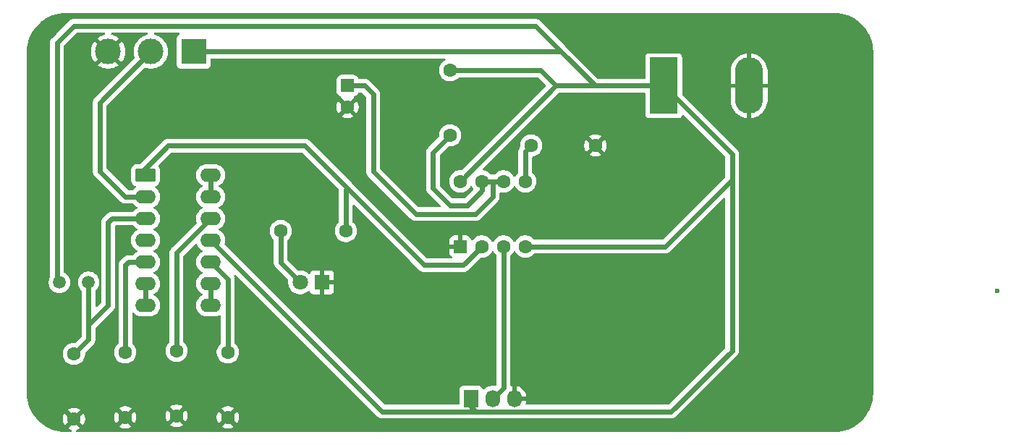
<source format=gbr>
%TF.GenerationSoftware,KiCad,Pcbnew,9.0.2*%
%TF.CreationDate,2025-06-20T12:04:20-04:00*%
%TF.ProjectId,Block,426c6f63-6b2e-46b6-9963-61645f706362,rev?*%
%TF.SameCoordinates,Original*%
%TF.FileFunction,Copper,L2,Bot*%
%TF.FilePolarity,Positive*%
%FSLAX46Y46*%
G04 Gerber Fmt 4.6, Leading zero omitted, Abs format (unit mm)*
G04 Created by KiCad (PCBNEW 9.0.2) date 2025-06-20 12:04:20*
%MOMM*%
%LPD*%
G01*
G04 APERTURE LIST*
G04 Aperture macros list*
%AMRoundRect*
0 Rectangle with rounded corners*
0 $1 Rounding radius*
0 $2 $3 $4 $5 $6 $7 $8 $9 X,Y pos of 4 corners*
0 Add a 4 corners polygon primitive as box body*
4,1,4,$2,$3,$4,$5,$6,$7,$8,$9,$2,$3,0*
0 Add four circle primitives for the rounded corners*
1,1,$1+$1,$2,$3*
1,1,$1+$1,$4,$5*
1,1,$1+$1,$6,$7*
1,1,$1+$1,$8,$9*
0 Add four rect primitives between the rounded corners*
20,1,$1+$1,$2,$3,$4,$5,0*
20,1,$1+$1,$4,$5,$6,$7,0*
20,1,$1+$1,$6,$7,$8,$9,0*
20,1,$1+$1,$8,$9,$2,$3,0*%
G04 Aperture macros list end*
%TA.AperFunction,ComponentPad*%
%ADD10R,3.000000X3.000000*%
%TD*%
%TA.AperFunction,ComponentPad*%
%ADD11C,3.000000*%
%TD*%
%TA.AperFunction,ComponentPad*%
%ADD12C,1.600000*%
%TD*%
%TA.AperFunction,ComponentPad*%
%ADD13R,1.730000X2.030000*%
%TD*%
%TA.AperFunction,ComponentPad*%
%ADD14O,1.730000X2.030000*%
%TD*%
%TA.AperFunction,ComponentPad*%
%ADD15RoundRect,0.250000X0.550000X-0.550000X0.550000X0.550000X-0.550000X0.550000X-0.550000X-0.550000X0*%
%TD*%
%TA.AperFunction,ComponentPad*%
%ADD16RoundRect,0.250000X-0.950000X-0.550000X0.950000X-0.550000X0.950000X0.550000X-0.950000X0.550000X0*%
%TD*%
%TA.AperFunction,ComponentPad*%
%ADD17O,2.400000X1.600000*%
%TD*%
%TA.AperFunction,ComponentPad*%
%ADD18R,1.800000X1.800000*%
%TD*%
%TA.AperFunction,ComponentPad*%
%ADD19C,1.800000*%
%TD*%
%TA.AperFunction,ComponentPad*%
%ADD20RoundRect,0.250000X-0.550000X0.550000X-0.550000X-0.550000X0.550000X-0.550000X0.550000X0.550000X0*%
%TD*%
%TA.AperFunction,ComponentPad*%
%ADD21C,1.500000*%
%TD*%
%TA.AperFunction,ComponentPad*%
%ADD22R,3.300000X6.600000*%
%TD*%
%TA.AperFunction,ComponentPad*%
%ADD23O,3.300000X6.600000*%
%TD*%
%TA.AperFunction,ViaPad*%
%ADD24C,0.600000*%
%TD*%
%TA.AperFunction,Conductor*%
%ADD25C,0.600000*%
%TD*%
G04 APERTURE END LIST*
D10*
%TO.P,RV1,1,1*%
%TO.N,VCC*%
X45000000Y-35000000D03*
D11*
%TO.P,RV1,2,2*%
%TO.N,Net-(U2A--)*%
X40000000Y-35000000D03*
%TO.P,RV1,3,3*%
%TO.N,GND*%
X35000000Y-35000000D03*
%TD*%
D12*
%TO.P,C2,1*%
%TO.N,Net-(U1-CV)*%
X84500000Y-46000000D03*
%TO.P,C2,2*%
%TO.N,GND*%
X92000000Y-46000000D03*
%TD*%
%TO.P,R6,1*%
%TO.N,Net-(U1-TR)*%
X62810000Y-56000000D03*
%TO.P,R6,2*%
%TO.N,Net-(D1-A)*%
X55190000Y-56000000D03*
%TD*%
%TO.P,R5,1*%
%TO.N,Net-(U2D-+)*%
X43000000Y-70000000D03*
%TO.P,R5,2*%
%TO.N,GND*%
X43000000Y-77620000D03*
%TD*%
D13*
%TO.P,J1,1,Pin_1*%
%TO.N,VCC*%
X77450000Y-75625000D03*
D14*
%TO.P,J1,2,Pin_2*%
%TO.N,Net-(J1-Pin_2)*%
X79990000Y-75625000D03*
%TO.P,J1,3,Pin_3*%
%TO.N,GND*%
X82530000Y-75625000D03*
%TD*%
D12*
%TO.P,R7,1*%
%TO.N,VCC*%
X75000000Y-37190000D03*
%TO.P,R7,2*%
%TO.N,Net-(U1-DIS)*%
X75000000Y-44810000D03*
%TD*%
D15*
%TO.P,U1,1,GND*%
%TO.N,GND*%
X76190000Y-57805000D03*
D12*
%TO.P,U1,2,TR*%
%TO.N,Net-(U1-TR)*%
X78730000Y-57805000D03*
%TO.P,U1,3,Q*%
%TO.N,Net-(J1-Pin_2)*%
X81270000Y-57805000D03*
%TO.P,U1,4,R*%
%TO.N,VCC*%
X83810000Y-57805000D03*
%TO.P,U1,5,CV*%
%TO.N,Net-(U1-CV)*%
X83810000Y-50185000D03*
%TO.P,U1,6,THR*%
%TO.N,Net-(U1-DIS)*%
X81270000Y-50185000D03*
%TO.P,U1,7,DIS*%
X78730000Y-50185000D03*
%TO.P,U1,8,VCC*%
%TO.N,VCC*%
X76190000Y-50185000D03*
%TD*%
%TO.P,R3,1*%
%TO.N,Net-(U2B-+)*%
X37000000Y-70190000D03*
%TO.P,R3,2*%
%TO.N,GND*%
X37000000Y-77810000D03*
%TD*%
D16*
%TO.P,U2,1*%
%TO.N,Net-(U1-TR)*%
X39380000Y-49460000D03*
D17*
%TO.P,U2,2,-*%
%TO.N,Net-(U2A--)*%
X39380000Y-52000000D03*
%TO.P,U2,3,+*%
%TO.N,Net-(U2A-+)*%
X39380000Y-54540000D03*
%TO.P,U2,4*%
%TO.N,N/C*%
X39380000Y-57080000D03*
%TO.P,U2,5,+*%
%TO.N,Net-(U2B-+)*%
X39380000Y-59620000D03*
%TO.P,U2,6,-*%
%TO.N,Net-(U2B--)*%
X39380000Y-62160000D03*
%TO.P,U2,7*%
X39380000Y-64700000D03*
%TO.P,U2,8*%
%TO.N,Net-(U2C--)*%
X47000000Y-64700000D03*
%TO.P,U2,9,-*%
X47000000Y-62160000D03*
%TO.P,U2,10,+*%
%TO.N,Net-(U2C-+)*%
X47000000Y-59620000D03*
%TO.P,U2,11*%
%TO.N,N/C*%
X47000000Y-57080000D03*
%TO.P,U2,12,+*%
%TO.N,Net-(U2D-+)*%
X47000000Y-54540000D03*
%TO.P,U2,13,-*%
%TO.N,Net-(U2D--)*%
X47000000Y-52000000D03*
%TO.P,U2,14*%
X47000000Y-49460000D03*
%TD*%
D18*
%TO.P,D1,1,K*%
%TO.N,GND*%
X60000000Y-62000000D03*
D19*
%TO.P,D1,2,A*%
%TO.N,Net-(D1-A)*%
X57460000Y-62000000D03*
%TD*%
D12*
%TO.P,R2,1*%
%TO.N,Net-(U2A-+)*%
X31000000Y-70380000D03*
%TO.P,R2,2*%
%TO.N,GND*%
X31000000Y-78000000D03*
%TD*%
D20*
%TO.P,C1,1*%
%TO.N,Net-(U1-DIS)*%
X63000000Y-39000000D03*
D12*
%TO.P,C1,2*%
%TO.N,GND*%
X63000000Y-41500000D03*
%TD*%
%TO.P,R4,1*%
%TO.N,Net-(U2C-+)*%
X49000000Y-70190000D03*
%TO.P,R4,2*%
%TO.N,GND*%
X49000000Y-77810000D03*
%TD*%
D21*
%TO.P,R1,1*%
%TO.N,VCC*%
X29300000Y-62000000D03*
%TO.P,R1,2*%
%TO.N,Net-(U2A-+)*%
X32700000Y-62000000D03*
%TD*%
D22*
%TO.P,J2,1,Pin_1*%
%TO.N,VCC*%
X100000000Y-39000000D03*
D23*
%TO.P,J2,2,Pin_2*%
%TO.N,GND*%
X110000000Y-39000000D03*
%TD*%
D24*
%TO.N,*%
X139000000Y-63000000D03*
%TD*%
D25*
%TO.N,Net-(U1-DIS)*%
X80000000Y-50185000D02*
X80000000Y-52000000D01*
X80000000Y-50185000D02*
X81270000Y-50185000D01*
X78730000Y-51270000D02*
X78730000Y-50185000D01*
X78730000Y-50185000D02*
X80000000Y-50185000D01*
X66000000Y-49000000D02*
X66000000Y-40000000D01*
X71000000Y-54000000D02*
X66000000Y-49000000D01*
X66000000Y-40000000D02*
X65000000Y-39000000D01*
X78000000Y-54000000D02*
X71000000Y-54000000D01*
X75000000Y-53000000D02*
X77000000Y-53000000D01*
X73000000Y-46810000D02*
X73000000Y-51000000D01*
X77000000Y-53000000D02*
X78730000Y-51270000D01*
X73000000Y-51000000D02*
X75000000Y-53000000D01*
X80000000Y-52000000D02*
X78000000Y-54000000D01*
X75000000Y-44810000D02*
X73000000Y-46810000D01*
X65000000Y-39000000D02*
X63000000Y-39000000D01*
%TO.N,Net-(U1-CV)*%
X83810000Y-50185000D02*
X83810000Y-46690000D01*
X83810000Y-46690000D02*
X84500000Y-46000000D01*
%TO.N,Net-(D1-A)*%
X55190000Y-56000000D02*
X55190000Y-59730000D01*
X55190000Y-59730000D02*
X57460000Y-62000000D01*
%TO.N,VCC*%
X78000000Y-77141000D02*
X100859000Y-77141000D01*
X47000000Y-57080000D02*
X67061000Y-77141000D01*
X85000000Y-32000000D02*
X31000000Y-32000000D01*
X108000000Y-47000000D02*
X108000000Y-50000000D01*
X108000000Y-50000000D02*
X100195000Y-57805000D01*
X85565000Y-37190000D02*
X87375000Y-39000000D01*
X88000000Y-35000000D02*
X88500000Y-35500000D01*
X67061000Y-77141000D02*
X78000000Y-77141000D01*
X75000000Y-37190000D02*
X85565000Y-37190000D01*
X88500000Y-35500000D02*
X92000000Y-39000000D01*
X87375000Y-39000000D02*
X76190000Y-50185000D01*
X92000000Y-39000000D02*
X87375000Y-39000000D01*
X77450000Y-75625000D02*
X77450000Y-76591000D01*
X31000000Y-32000000D02*
X29000000Y-34000000D01*
X108000000Y-70000000D02*
X108000000Y-50000000D01*
X100195000Y-57805000D02*
X83810000Y-57805000D01*
X100000000Y-39000000D02*
X92000000Y-39000000D01*
X29000000Y-34000000D02*
X29000000Y-61700000D01*
X100859000Y-77141000D02*
X108000000Y-70000000D01*
X77450000Y-76591000D02*
X78000000Y-77141000D01*
X100000000Y-39000000D02*
X108000000Y-47000000D01*
X88500000Y-35500000D02*
X85000000Y-32000000D01*
X29000000Y-61700000D02*
X29300000Y-62000000D01*
X45000000Y-35000000D02*
X88000000Y-35000000D01*
%TO.N,Net-(J1-Pin_2)*%
X81270000Y-74345000D02*
X79990000Y-75625000D01*
X81270000Y-57805000D02*
X81270000Y-74345000D01*
%TO.N,Net-(U2A-+)*%
X35000000Y-55000000D02*
X35460000Y-54540000D01*
X32700000Y-62000000D02*
X32700000Y-67000000D01*
X32700000Y-67000000D02*
X32700000Y-68680000D01*
X35000000Y-64700000D02*
X35000000Y-55000000D01*
X35460000Y-54540000D02*
X39380000Y-54540000D01*
X32700000Y-68680000D02*
X31000000Y-70380000D01*
X32700000Y-67000000D02*
X35000000Y-64700000D01*
%TO.N,Net-(U2B-+)*%
X37380000Y-59620000D02*
X37000000Y-60000000D01*
X39380000Y-59620000D02*
X37380000Y-59620000D01*
X37000000Y-60000000D02*
X37000000Y-70190000D01*
%TO.N,Net-(U2C-+)*%
X49000000Y-61620000D02*
X47000000Y-59620000D01*
X49000000Y-70190000D02*
X49000000Y-61620000D01*
%TO.N,Net-(U2D-+)*%
X43000000Y-70000000D02*
X43000000Y-58540000D01*
X43000000Y-58540000D02*
X47000000Y-54540000D01*
%TO.N,Net-(U1-TR)*%
X71000000Y-59000000D02*
X63000000Y-51000000D01*
X62810000Y-56000000D02*
X62810000Y-51190000D01*
X78730000Y-57805000D02*
X76535000Y-60000000D01*
X58000000Y-46000000D02*
X42000000Y-46000000D01*
X62810000Y-51190000D02*
X63000000Y-51000000D01*
X42000000Y-46000000D02*
X39000000Y-49000000D01*
X76535000Y-60000000D02*
X72000000Y-60000000D01*
X72000000Y-60000000D02*
X71000000Y-59000000D01*
X63000000Y-51000000D02*
X58000000Y-46000000D01*
%TO.N,Net-(U2A--)*%
X39380000Y-52000000D02*
X37000000Y-52000000D01*
X37000000Y-52000000D02*
X34000000Y-49000000D01*
X34000000Y-49000000D02*
X34000000Y-41000000D01*
X34000000Y-41000000D02*
X40000000Y-35000000D01*
%TO.N,Net-(U2B--)*%
X39380000Y-62160000D02*
X39380000Y-64700000D01*
%TO.N,Net-(U2D--)*%
X47000000Y-49460000D02*
X47000000Y-52000000D01*
%TO.N,Net-(U2C--)*%
X47000000Y-62160000D02*
X47000000Y-64700000D01*
%TD*%
%TA.AperFunction,Conductor*%
%TO.N,GND*%
G36*
X107118834Y-52115758D02*
G01*
X107174767Y-52157630D01*
X107199184Y-52223094D01*
X107199500Y-52231940D01*
X107199500Y-69617060D01*
X107179815Y-69684099D01*
X107163181Y-69704741D01*
X100563741Y-76304181D01*
X100502418Y-76337666D01*
X100476060Y-76340500D01*
X83952175Y-76340500D01*
X83885136Y-76320815D01*
X83839381Y-76268011D01*
X83829437Y-76198853D01*
X83834244Y-76178181D01*
X83861389Y-76094638D01*
X83895000Y-75882427D01*
X83895000Y-75875000D01*
X82974560Y-75875000D01*
X83005245Y-75821853D01*
X83040000Y-75692143D01*
X83040000Y-75557857D01*
X83005245Y-75428147D01*
X82974560Y-75375000D01*
X83895000Y-75375000D01*
X83895000Y-75367572D01*
X83861388Y-75155360D01*
X83861388Y-75155357D01*
X83794996Y-74951024D01*
X83697452Y-74759583D01*
X83571161Y-74585759D01*
X83419240Y-74433838D01*
X83245416Y-74307547D01*
X83053975Y-74210003D01*
X82849635Y-74143610D01*
X82849636Y-74143610D01*
X82780000Y-74132581D01*
X82780000Y-75180439D01*
X82726853Y-75149755D01*
X82597143Y-75115000D01*
X82462857Y-75115000D01*
X82333147Y-75149755D01*
X82280000Y-75180439D01*
X82280000Y-74171134D01*
X82163100Y-74140535D01*
X82154527Y-74135377D01*
X82144604Y-74134095D01*
X82125087Y-74117665D01*
X82103230Y-74104516D01*
X82098806Y-74095542D01*
X82091152Y-74089099D01*
X82083616Y-74064726D01*
X82072338Y-74041847D01*
X82073468Y-74031905D01*
X82070513Y-74022348D01*
X82070500Y-74020577D01*
X82070500Y-58894033D01*
X82090185Y-58826994D01*
X82113962Y-58799748D01*
X82117212Y-58796971D01*
X82117219Y-58796966D01*
X82261966Y-58652219D01*
X82261968Y-58652215D01*
X82261971Y-58652213D01*
X82382284Y-58486614D01*
X82382283Y-58486614D01*
X82382287Y-58486610D01*
X82429516Y-58393917D01*
X82477489Y-58343123D01*
X82545310Y-58326328D01*
X82611445Y-58348865D01*
X82650483Y-58393917D01*
X82667231Y-58426786D01*
X82697715Y-58486614D01*
X82818028Y-58652213D01*
X82962786Y-58796971D01*
X83065476Y-58871578D01*
X83128390Y-58917287D01*
X83244607Y-58976503D01*
X83310776Y-59010218D01*
X83310778Y-59010218D01*
X83310781Y-59010220D01*
X83415137Y-59044127D01*
X83505465Y-59073477D01*
X83606557Y-59089488D01*
X83707648Y-59105500D01*
X83707649Y-59105500D01*
X83912351Y-59105500D01*
X83912352Y-59105500D01*
X84114534Y-59073477D01*
X84309219Y-59010220D01*
X84491610Y-58917287D01*
X84615889Y-58826994D01*
X84657213Y-58796971D01*
X84657215Y-58796968D01*
X84657219Y-58796966D01*
X84801966Y-58652219D01*
X84801972Y-58652210D01*
X84804748Y-58648962D01*
X84863258Y-58610773D01*
X84899033Y-58605500D01*
X100273844Y-58605500D01*
X100273845Y-58605499D01*
X100428497Y-58574737D01*
X100574179Y-58514394D01*
X100705289Y-58426789D01*
X106987819Y-52144259D01*
X107049142Y-52110774D01*
X107118834Y-52115758D01*
G37*
%TD.AperFunction*%
%TA.AperFunction,Conductor*%
G36*
X43322991Y-32820185D02*
G01*
X43368746Y-32872989D01*
X43378690Y-32942147D01*
X43349665Y-33005703D01*
X43299285Y-33040682D01*
X43257671Y-33056202D01*
X43257664Y-33056206D01*
X43142455Y-33142452D01*
X43142452Y-33142455D01*
X43056206Y-33257664D01*
X43056202Y-33257671D01*
X43005908Y-33392517D01*
X42999501Y-33452116D01*
X42999501Y-33452123D01*
X42999500Y-33452135D01*
X42999500Y-36547870D01*
X42999501Y-36547876D01*
X43005908Y-36607483D01*
X43056202Y-36742328D01*
X43056206Y-36742335D01*
X43142452Y-36857544D01*
X43142455Y-36857547D01*
X43257664Y-36943793D01*
X43257671Y-36943797D01*
X43392517Y-36994091D01*
X43392516Y-36994091D01*
X43399444Y-36994835D01*
X43452127Y-37000500D01*
X46547872Y-37000499D01*
X46607483Y-36994091D01*
X46742331Y-36943796D01*
X46857546Y-36857546D01*
X46943796Y-36742331D01*
X46994091Y-36607483D01*
X47000500Y-36547873D01*
X47000500Y-35924500D01*
X47020185Y-35857461D01*
X47072989Y-35811706D01*
X47124500Y-35800500D01*
X74345953Y-35800500D01*
X74412992Y-35820185D01*
X74458747Y-35872989D01*
X74468691Y-35942147D01*
X74439666Y-36005703D01*
X74402248Y-36034985D01*
X74318386Y-36077715D01*
X74152786Y-36198028D01*
X74008028Y-36342786D01*
X73887715Y-36508386D01*
X73794781Y-36690776D01*
X73731522Y-36885465D01*
X73699500Y-37087648D01*
X73699500Y-37292351D01*
X73731522Y-37494534D01*
X73794781Y-37689223D01*
X73887715Y-37871613D01*
X74008028Y-38037213D01*
X74152786Y-38181971D01*
X74292391Y-38283398D01*
X74318390Y-38302287D01*
X74434607Y-38361503D01*
X74500776Y-38395218D01*
X74500778Y-38395218D01*
X74500781Y-38395220D01*
X74587741Y-38423475D01*
X74695465Y-38458477D01*
X74796557Y-38474488D01*
X74897648Y-38490500D01*
X74897649Y-38490500D01*
X75102351Y-38490500D01*
X75102352Y-38490500D01*
X75304534Y-38458477D01*
X75499219Y-38395220D01*
X75681610Y-38302287D01*
X75780746Y-38230261D01*
X75847213Y-38181971D01*
X75847215Y-38181968D01*
X75847219Y-38181966D01*
X75991966Y-38037219D01*
X75991972Y-38037210D01*
X75994748Y-38033962D01*
X76053258Y-37995773D01*
X76089033Y-37990500D01*
X85182060Y-37990500D01*
X85249099Y-38010185D01*
X85269741Y-38026819D01*
X86155240Y-38912318D01*
X86188725Y-38973641D01*
X86183741Y-39043333D01*
X86155240Y-39087680D01*
X76394022Y-48848898D01*
X76332699Y-48882383D01*
X76296619Y-48884835D01*
X76292359Y-48884500D01*
X76292352Y-48884500D01*
X76087648Y-48884500D01*
X76063329Y-48888351D01*
X75885465Y-48916522D01*
X75690776Y-48979781D01*
X75508386Y-49072715D01*
X75342786Y-49193028D01*
X75198028Y-49337786D01*
X75077715Y-49503386D01*
X74984781Y-49685776D01*
X74921522Y-49880465D01*
X74889500Y-50082648D01*
X74889500Y-50287351D01*
X74921522Y-50489534D01*
X74984781Y-50684223D01*
X75077715Y-50866613D01*
X75198028Y-51032213D01*
X75342786Y-51176971D01*
X75497749Y-51289556D01*
X75508390Y-51297287D01*
X75624607Y-51356503D01*
X75690776Y-51390218D01*
X75690778Y-51390218D01*
X75690781Y-51390220D01*
X75795137Y-51424127D01*
X75885465Y-51453477D01*
X75986557Y-51469488D01*
X76087648Y-51485500D01*
X76087649Y-51485500D01*
X76292351Y-51485500D01*
X76292352Y-51485500D01*
X76494534Y-51453477D01*
X76689219Y-51390220D01*
X76871610Y-51297287D01*
X76964590Y-51229732D01*
X77037213Y-51176971D01*
X77037215Y-51176968D01*
X77037219Y-51176966D01*
X77181966Y-51032219D01*
X77181968Y-51032215D01*
X77181971Y-51032213D01*
X77302284Y-50866614D01*
X77302285Y-50866613D01*
X77302287Y-50866610D01*
X77349516Y-50773917D01*
X77397489Y-50723123D01*
X77465310Y-50706328D01*
X77531445Y-50728865D01*
X77570483Y-50773917D01*
X77591435Y-50815036D01*
X77617715Y-50866614D01*
X77716883Y-51003108D01*
X77740363Y-51068915D01*
X77724537Y-51136968D01*
X77704246Y-51163674D01*
X76704741Y-52163181D01*
X76643418Y-52196666D01*
X76617060Y-52199500D01*
X75382940Y-52199500D01*
X75315901Y-52179815D01*
X75295259Y-52163181D01*
X73836819Y-50704741D01*
X73803334Y-50643418D01*
X73800500Y-50617060D01*
X73800500Y-47192939D01*
X73820185Y-47125900D01*
X73836814Y-47105262D01*
X74795978Y-46146098D01*
X74857299Y-46112615D01*
X74893404Y-46110165D01*
X74897643Y-46110499D01*
X74897648Y-46110500D01*
X74897653Y-46110500D01*
X75102351Y-46110500D01*
X75102352Y-46110500D01*
X75304534Y-46078477D01*
X75499219Y-46015220D01*
X75681610Y-45922287D01*
X75787153Y-45845606D01*
X75847213Y-45801971D01*
X75847215Y-45801968D01*
X75847219Y-45801966D01*
X75991966Y-45657219D01*
X75991968Y-45657215D01*
X75991971Y-45657213D01*
X76044732Y-45584590D01*
X76112287Y-45491610D01*
X76205220Y-45309219D01*
X76268477Y-45114534D01*
X76300500Y-44912352D01*
X76300500Y-44707648D01*
X76268477Y-44505466D01*
X76205220Y-44310781D01*
X76205218Y-44310778D01*
X76205218Y-44310776D01*
X76171503Y-44244607D01*
X76112287Y-44128390D01*
X76104556Y-44117749D01*
X75991971Y-43962786D01*
X75847213Y-43818028D01*
X75681613Y-43697715D01*
X75681612Y-43697714D01*
X75681610Y-43697713D01*
X75624653Y-43668691D01*
X75499223Y-43604781D01*
X75304534Y-43541522D01*
X75129995Y-43513878D01*
X75102352Y-43509500D01*
X74897648Y-43509500D01*
X74873329Y-43513351D01*
X74695465Y-43541522D01*
X74500776Y-43604781D01*
X74318386Y-43697715D01*
X74152786Y-43818028D01*
X74008028Y-43962786D01*
X73887715Y-44128386D01*
X73794781Y-44310776D01*
X73731522Y-44505465D01*
X73699500Y-44707648D01*
X73699500Y-44912359D01*
X73699835Y-44916619D01*
X73685467Y-44984996D01*
X73663898Y-45014022D01*
X72780274Y-45897648D01*
X72489711Y-46188211D01*
X72433960Y-46243962D01*
X72378209Y-46299712D01*
X72290609Y-46430814D01*
X72290602Y-46430827D01*
X72230264Y-46576498D01*
X72230261Y-46576510D01*
X72199500Y-46731153D01*
X72199500Y-51078846D01*
X72230261Y-51233489D01*
X72230264Y-51233501D01*
X72290602Y-51379172D01*
X72290609Y-51379185D01*
X72378210Y-51510288D01*
X72378213Y-51510292D01*
X73855741Y-52987819D01*
X73889226Y-53049142D01*
X73884242Y-53118834D01*
X73842370Y-53174767D01*
X73776906Y-53199184D01*
X73768060Y-53199500D01*
X71382940Y-53199500D01*
X71315901Y-53179815D01*
X71295259Y-53163181D01*
X66836819Y-48704741D01*
X66803334Y-48643418D01*
X66800500Y-48617060D01*
X66800500Y-39921157D01*
X66800499Y-39921156D01*
X66798435Y-39910779D01*
X66796391Y-39900497D01*
X66796391Y-39900496D01*
X66769739Y-39766510D01*
X66769738Y-39766503D01*
X66709394Y-39620821D01*
X66709392Y-39620818D01*
X66709390Y-39620814D01*
X66621789Y-39489711D01*
X66621786Y-39489707D01*
X65510292Y-38378213D01*
X65510288Y-38378210D01*
X65379185Y-38290609D01*
X65379172Y-38290602D01*
X65233501Y-38230264D01*
X65233489Y-38230261D01*
X65078845Y-38199500D01*
X65078842Y-38199500D01*
X64345908Y-38199500D01*
X64278869Y-38179815D01*
X64240363Y-38135728D01*
X64238605Y-38136813D01*
X64234812Y-38130663D01*
X64142712Y-37981344D01*
X64018656Y-37857288D01*
X63869334Y-37765186D01*
X63702797Y-37710001D01*
X63702795Y-37710000D01*
X63600010Y-37699500D01*
X62399998Y-37699500D01*
X62399981Y-37699501D01*
X62297203Y-37710000D01*
X62297200Y-37710001D01*
X62130668Y-37765185D01*
X62130663Y-37765187D01*
X61981342Y-37857289D01*
X61857289Y-37981342D01*
X61765187Y-38130663D01*
X61765185Y-38130668D01*
X61748187Y-38181966D01*
X61710001Y-38297203D01*
X61710001Y-38297204D01*
X61710000Y-38297204D01*
X61699500Y-38399983D01*
X61699500Y-39600001D01*
X61699501Y-39600018D01*
X61710000Y-39702796D01*
X61710001Y-39702799D01*
X61755145Y-39839033D01*
X61765186Y-39869334D01*
X61857288Y-40018656D01*
X61981344Y-40142712D01*
X62130666Y-40234814D01*
X62192440Y-40255284D01*
X62249884Y-40295055D01*
X62276707Y-40359571D01*
X62277053Y-40382719D01*
X62274077Y-40420524D01*
X62953554Y-41100000D01*
X62947339Y-41100000D01*
X62845606Y-41127259D01*
X62754394Y-41179920D01*
X62679920Y-41254394D01*
X62627259Y-41345606D01*
X62600000Y-41447339D01*
X62600000Y-41453553D01*
X61920524Y-40774077D01*
X61920523Y-40774077D01*
X61888143Y-40818644D01*
X61795244Y-41000968D01*
X61732009Y-41195582D01*
X61700000Y-41397682D01*
X61700000Y-41602317D01*
X61732009Y-41804417D01*
X61795244Y-41999031D01*
X61888141Y-42181350D01*
X61888147Y-42181359D01*
X61920523Y-42225921D01*
X61920524Y-42225922D01*
X62600000Y-41546446D01*
X62600000Y-41552661D01*
X62627259Y-41654394D01*
X62679920Y-41745606D01*
X62754394Y-41820080D01*
X62845606Y-41872741D01*
X62947339Y-41900000D01*
X62953553Y-41900000D01*
X62274076Y-42579474D01*
X62318650Y-42611859D01*
X62500968Y-42704755D01*
X62695582Y-42767990D01*
X62897683Y-42800000D01*
X63102317Y-42800000D01*
X63304417Y-42767990D01*
X63499031Y-42704755D01*
X63681349Y-42611859D01*
X63725921Y-42579474D01*
X63046447Y-41900000D01*
X63052661Y-41900000D01*
X63154394Y-41872741D01*
X63245606Y-41820080D01*
X63320080Y-41745606D01*
X63372741Y-41654394D01*
X63400000Y-41552661D01*
X63400000Y-41546448D01*
X64079474Y-42225922D01*
X64079474Y-42225921D01*
X64111859Y-42181349D01*
X64204755Y-41999031D01*
X64267990Y-41804417D01*
X64300000Y-41602317D01*
X64300000Y-41397682D01*
X64267990Y-41195582D01*
X64204755Y-41000968D01*
X64111859Y-40818650D01*
X64079474Y-40774077D01*
X64079474Y-40774076D01*
X63400000Y-41453551D01*
X63400000Y-41447339D01*
X63372741Y-41345606D01*
X63320080Y-41254394D01*
X63245606Y-41179920D01*
X63154394Y-41127259D01*
X63052661Y-41100000D01*
X63046446Y-41100000D01*
X63725921Y-40420525D01*
X63722946Y-40382719D01*
X63737310Y-40314341D01*
X63786361Y-40264584D01*
X63807555Y-40255285D01*
X63869334Y-40234814D01*
X64018656Y-40142712D01*
X64142712Y-40018656D01*
X64234814Y-39869334D01*
X64234815Y-39869331D01*
X64238605Y-39863187D01*
X64240399Y-39864293D01*
X64279687Y-39819663D01*
X64345908Y-39800500D01*
X64617060Y-39800500D01*
X64684099Y-39820185D01*
X64704741Y-39836819D01*
X65163181Y-40295259D01*
X65196666Y-40356582D01*
X65199500Y-40382940D01*
X65199500Y-49078846D01*
X65230261Y-49233489D01*
X65230264Y-49233501D01*
X65290602Y-49379172D01*
X65290609Y-49379185D01*
X65378210Y-49510288D01*
X65378213Y-49510292D01*
X70378211Y-54510289D01*
X70488736Y-54620814D01*
X70489712Y-54621790D01*
X70620814Y-54709390D01*
X70620827Y-54709397D01*
X70758683Y-54766498D01*
X70766503Y-54769737D01*
X70892402Y-54794780D01*
X70921153Y-54800499D01*
X70921156Y-54800500D01*
X70921158Y-54800500D01*
X78078844Y-54800500D01*
X78078845Y-54800499D01*
X78233497Y-54769737D01*
X78379179Y-54709394D01*
X78510289Y-54621789D01*
X79439299Y-53692779D01*
X80621783Y-52510296D01*
X80621784Y-52510294D01*
X80621789Y-52510289D01*
X80635539Y-52489711D01*
X80709394Y-52379179D01*
X80769737Y-52233497D01*
X80800500Y-52078842D01*
X80800500Y-51570547D01*
X80820185Y-51503508D01*
X80872989Y-51457753D01*
X80942147Y-51447809D01*
X80962812Y-51452614D01*
X80965466Y-51453477D01*
X80965469Y-51453477D01*
X80965471Y-51453478D01*
X81080264Y-51471659D01*
X81167648Y-51485500D01*
X81167649Y-51485500D01*
X81372351Y-51485500D01*
X81372352Y-51485500D01*
X81574534Y-51453477D01*
X81769219Y-51390220D01*
X81951610Y-51297287D01*
X82044590Y-51229732D01*
X82117213Y-51176971D01*
X82117215Y-51176968D01*
X82117219Y-51176966D01*
X82261966Y-51032219D01*
X82261968Y-51032215D01*
X82261971Y-51032213D01*
X82382284Y-50866614D01*
X82382285Y-50866613D01*
X82382287Y-50866610D01*
X82429516Y-50773917D01*
X82477489Y-50723123D01*
X82545310Y-50706328D01*
X82611445Y-50728865D01*
X82650483Y-50773917D01*
X82671435Y-50815036D01*
X82697715Y-50866614D01*
X82818028Y-51032213D01*
X82962786Y-51176971D01*
X83117749Y-51289556D01*
X83128390Y-51297287D01*
X83244607Y-51356503D01*
X83310776Y-51390218D01*
X83310778Y-51390218D01*
X83310781Y-51390220D01*
X83415137Y-51424127D01*
X83505465Y-51453477D01*
X83606557Y-51469488D01*
X83707648Y-51485500D01*
X83707649Y-51485500D01*
X83912351Y-51485500D01*
X83912352Y-51485500D01*
X84114534Y-51453477D01*
X84309219Y-51390220D01*
X84491610Y-51297287D01*
X84584590Y-51229732D01*
X84657213Y-51176971D01*
X84657215Y-51176968D01*
X84657219Y-51176966D01*
X84801966Y-51032219D01*
X84801968Y-51032215D01*
X84801971Y-51032213D01*
X84882656Y-50921158D01*
X84922287Y-50866610D01*
X85015220Y-50684219D01*
X85078477Y-50489534D01*
X85110500Y-50287352D01*
X85110500Y-50082648D01*
X85090951Y-49959223D01*
X85078477Y-49880465D01*
X85015218Y-49685776D01*
X84969515Y-49596080D01*
X84922287Y-49503390D01*
X84914556Y-49492749D01*
X84801971Y-49337786D01*
X84657215Y-49193030D01*
X84653954Y-49190244D01*
X84615770Y-49131731D01*
X84610500Y-49095966D01*
X84610500Y-47405114D01*
X84630185Y-47338075D01*
X84682989Y-47292320D01*
X84715092Y-47282643D01*
X84804534Y-47268477D01*
X84999219Y-47205220D01*
X85181610Y-47112287D01*
X85274590Y-47044732D01*
X85347213Y-46991971D01*
X85347215Y-46991968D01*
X85347219Y-46991966D01*
X85491966Y-46847219D01*
X85491968Y-46847215D01*
X85491971Y-46847213D01*
X85550610Y-46766502D01*
X85612287Y-46681610D01*
X85705220Y-46499219D01*
X85768477Y-46304534D01*
X85800500Y-46102352D01*
X85800500Y-45897682D01*
X90700000Y-45897682D01*
X90700000Y-46102317D01*
X90732009Y-46304417D01*
X90795244Y-46499031D01*
X90888141Y-46681350D01*
X90888147Y-46681359D01*
X90920523Y-46725921D01*
X90920524Y-46725922D01*
X91600000Y-46046446D01*
X91600000Y-46052661D01*
X91627259Y-46154394D01*
X91679920Y-46245606D01*
X91754394Y-46320080D01*
X91845606Y-46372741D01*
X91947339Y-46400000D01*
X91953553Y-46400000D01*
X91274076Y-47079474D01*
X91318650Y-47111859D01*
X91500968Y-47204755D01*
X91695582Y-47267990D01*
X91897683Y-47300000D01*
X92102317Y-47300000D01*
X92304417Y-47267990D01*
X92499031Y-47204755D01*
X92681349Y-47111859D01*
X92725921Y-47079474D01*
X92046447Y-46400000D01*
X92052661Y-46400000D01*
X92154394Y-46372741D01*
X92245606Y-46320080D01*
X92320080Y-46245606D01*
X92372741Y-46154394D01*
X92400000Y-46052661D01*
X92400000Y-46046447D01*
X93079474Y-46725921D01*
X93111859Y-46681349D01*
X93204755Y-46499031D01*
X93267990Y-46304417D01*
X93300000Y-46102317D01*
X93300000Y-45897682D01*
X93267990Y-45695582D01*
X93204755Y-45500968D01*
X93111859Y-45318650D01*
X93079474Y-45274077D01*
X93079474Y-45274076D01*
X92400000Y-45953551D01*
X92400000Y-45947339D01*
X92372741Y-45845606D01*
X92320080Y-45754394D01*
X92245606Y-45679920D01*
X92154394Y-45627259D01*
X92052661Y-45600000D01*
X92046446Y-45600000D01*
X92725922Y-44920524D01*
X92725921Y-44920523D01*
X92681359Y-44888147D01*
X92681350Y-44888141D01*
X92499031Y-44795244D01*
X92304417Y-44732009D01*
X92102317Y-44700000D01*
X91897683Y-44700000D01*
X91695582Y-44732009D01*
X91500968Y-44795244D01*
X91318644Y-44888143D01*
X91274077Y-44920523D01*
X91274077Y-44920524D01*
X91953554Y-45600000D01*
X91947339Y-45600000D01*
X91845606Y-45627259D01*
X91754394Y-45679920D01*
X91679920Y-45754394D01*
X91627259Y-45845606D01*
X91600000Y-45947339D01*
X91600000Y-45953553D01*
X90920524Y-45274077D01*
X90920523Y-45274077D01*
X90888143Y-45318644D01*
X90795244Y-45500968D01*
X90732009Y-45695582D01*
X90700000Y-45897682D01*
X85800500Y-45897682D01*
X85800500Y-45897648D01*
X85785345Y-45801966D01*
X85768477Y-45695465D01*
X85737458Y-45600000D01*
X85705220Y-45500781D01*
X85705218Y-45500778D01*
X85705218Y-45500776D01*
X85642767Y-45378211D01*
X85612287Y-45318390D01*
X85592101Y-45290606D01*
X85491971Y-45152786D01*
X85347213Y-45008028D01*
X85181613Y-44887715D01*
X85181612Y-44887714D01*
X85181610Y-44887713D01*
X85124653Y-44858691D01*
X84999223Y-44794781D01*
X84804534Y-44731522D01*
X84629995Y-44703878D01*
X84602352Y-44699500D01*
X84397648Y-44699500D01*
X84373329Y-44703351D01*
X84195465Y-44731522D01*
X84000776Y-44794781D01*
X83818386Y-44887715D01*
X83652786Y-45008028D01*
X83508028Y-45152786D01*
X83387715Y-45318386D01*
X83294781Y-45500776D01*
X83231522Y-45695465D01*
X83199500Y-45897648D01*
X83199500Y-46102354D01*
X83199651Y-46103309D01*
X83199603Y-46103675D01*
X83199882Y-46107214D01*
X83199138Y-46107272D01*
X83190688Y-46172601D01*
X83180277Y-46191584D01*
X83100609Y-46310814D01*
X83100602Y-46310827D01*
X83040264Y-46456498D01*
X83040261Y-46456510D01*
X83009500Y-46611153D01*
X83009500Y-49095966D01*
X82989815Y-49163005D01*
X82966046Y-49190244D01*
X82962784Y-49193030D01*
X82818028Y-49337786D01*
X82697715Y-49503386D01*
X82650485Y-49596080D01*
X82602510Y-49646876D01*
X82534689Y-49663671D01*
X82468554Y-49641134D01*
X82429515Y-49596080D01*
X82428883Y-49594840D01*
X82382287Y-49503390D01*
X82374556Y-49492749D01*
X82261971Y-49337786D01*
X82117213Y-49193028D01*
X81951613Y-49072715D01*
X81951612Y-49072714D01*
X81951610Y-49072713D01*
X81894653Y-49043691D01*
X81769223Y-48979781D01*
X81574534Y-48916522D01*
X81399995Y-48888878D01*
X81372352Y-48884500D01*
X81167648Y-48884500D01*
X81143329Y-48888351D01*
X80965465Y-48916522D01*
X80770776Y-48979781D01*
X80588386Y-49072715D01*
X80422786Y-49193028D01*
X80278035Y-49337779D01*
X80275252Y-49341038D01*
X80216742Y-49379227D01*
X80180967Y-49384500D01*
X79819033Y-49384500D01*
X79751994Y-49364815D01*
X79724748Y-49341038D01*
X79721964Y-49337779D01*
X79577213Y-49193028D01*
X79411613Y-49072715D01*
X79411612Y-49072714D01*
X79411610Y-49072713D01*
X79354653Y-49043691D01*
X79229223Y-48979781D01*
X79034534Y-48916522D01*
X78891625Y-48893888D01*
X78828490Y-48863959D01*
X78791559Y-48804647D01*
X78792557Y-48734785D01*
X78823340Y-48683736D01*
X87670259Y-39836819D01*
X87731582Y-39803334D01*
X87757940Y-39800500D01*
X91921157Y-39800500D01*
X91921158Y-39800500D01*
X97725501Y-39800500D01*
X97792540Y-39820185D01*
X97838295Y-39872989D01*
X97849501Y-39924500D01*
X97849501Y-42347876D01*
X97855908Y-42407483D01*
X97906202Y-42542328D01*
X97906206Y-42542335D01*
X97992452Y-42657544D01*
X97992455Y-42657547D01*
X98107664Y-42743793D01*
X98107671Y-42743797D01*
X98242517Y-42794091D01*
X98242516Y-42794091D01*
X98249444Y-42794835D01*
X98302127Y-42800500D01*
X101697872Y-42800499D01*
X101757483Y-42794091D01*
X101892331Y-42743796D01*
X102007546Y-42657546D01*
X102093796Y-42542331D01*
X102112335Y-42492624D01*
X102154205Y-42436691D01*
X102219669Y-42412273D01*
X102287942Y-42427124D01*
X102316198Y-42448276D01*
X107163181Y-47295259D01*
X107196666Y-47356582D01*
X107199500Y-47382940D01*
X107199500Y-49617060D01*
X107179815Y-49684099D01*
X107163181Y-49704741D01*
X99899741Y-56968181D01*
X99838418Y-57001666D01*
X99812060Y-57004500D01*
X84899033Y-57004500D01*
X84831994Y-56984815D01*
X84804748Y-56961038D01*
X84801964Y-56957779D01*
X84657213Y-56813028D01*
X84491613Y-56692715D01*
X84491612Y-56692714D01*
X84491610Y-56692713D01*
X84432675Y-56662684D01*
X84309223Y-56599781D01*
X84114534Y-56536522D01*
X83939995Y-56508878D01*
X83912352Y-56504500D01*
X83707648Y-56504500D01*
X83683329Y-56508351D01*
X83505465Y-56536522D01*
X83310776Y-56599781D01*
X83128386Y-56692715D01*
X82962786Y-56813028D01*
X82818028Y-56957786D01*
X82697715Y-57123386D01*
X82650485Y-57216080D01*
X82602510Y-57266876D01*
X82534689Y-57283671D01*
X82468554Y-57261134D01*
X82429515Y-57216080D01*
X82428883Y-57214840D01*
X82382287Y-57123390D01*
X82361380Y-57094614D01*
X82261971Y-56957786D01*
X82117213Y-56813028D01*
X81951613Y-56692715D01*
X81951612Y-56692714D01*
X81951610Y-56692713D01*
X81892675Y-56662684D01*
X81769223Y-56599781D01*
X81574534Y-56536522D01*
X81399995Y-56508878D01*
X81372352Y-56504500D01*
X81167648Y-56504500D01*
X81143329Y-56508351D01*
X80965465Y-56536522D01*
X80770776Y-56599781D01*
X80588386Y-56692715D01*
X80422786Y-56813028D01*
X80278028Y-56957786D01*
X80157715Y-57123386D01*
X80110485Y-57216080D01*
X80062510Y-57266876D01*
X79994689Y-57283671D01*
X79928554Y-57261134D01*
X79889515Y-57216080D01*
X79888883Y-57214840D01*
X79842287Y-57123390D01*
X79821380Y-57094614D01*
X79721971Y-56957786D01*
X79577213Y-56813028D01*
X79411613Y-56692715D01*
X79411612Y-56692714D01*
X79411610Y-56692713D01*
X79352675Y-56662684D01*
X79229223Y-56599781D01*
X79034534Y-56536522D01*
X78859995Y-56508878D01*
X78832352Y-56504500D01*
X78627648Y-56504500D01*
X78603329Y-56508351D01*
X78425465Y-56536522D01*
X78230776Y-56599781D01*
X78048386Y-56692715D01*
X77882786Y-56813028D01*
X77738032Y-56957782D01*
X77669616Y-57051949D01*
X77614286Y-57094614D01*
X77544672Y-57100593D01*
X77482877Y-57067987D01*
X77451592Y-57018067D01*
X77424358Y-56935880D01*
X77424356Y-56935875D01*
X77332315Y-56786654D01*
X77208345Y-56662684D01*
X77059124Y-56570643D01*
X77059119Y-56570641D01*
X76892697Y-56515494D01*
X76892690Y-56515493D01*
X76789986Y-56505000D01*
X76440000Y-56505000D01*
X76440000Y-57489314D01*
X76435606Y-57484920D01*
X76344394Y-57432259D01*
X76242661Y-57405000D01*
X76137339Y-57405000D01*
X76035606Y-57432259D01*
X75944394Y-57484920D01*
X75940000Y-57489314D01*
X75940000Y-56505000D01*
X75590028Y-56505000D01*
X75590012Y-56505001D01*
X75487302Y-56515494D01*
X75320880Y-56570641D01*
X75320875Y-56570643D01*
X75171654Y-56662684D01*
X75047684Y-56786654D01*
X74955643Y-56935875D01*
X74955641Y-56935880D01*
X74900494Y-57102302D01*
X74900493Y-57102309D01*
X74890000Y-57205013D01*
X74890000Y-57555000D01*
X75874314Y-57555000D01*
X75869920Y-57559394D01*
X75817259Y-57650606D01*
X75790000Y-57752339D01*
X75790000Y-57857661D01*
X75817259Y-57959394D01*
X75869920Y-58050606D01*
X75874314Y-58055000D01*
X74890001Y-58055000D01*
X74890001Y-58404986D01*
X74900494Y-58507697D01*
X74955641Y-58674119D01*
X74955643Y-58674124D01*
X75047684Y-58823345D01*
X75171656Y-58947317D01*
X75208368Y-58969961D01*
X75255093Y-59021909D01*
X75266316Y-59090871D01*
X75238473Y-59154953D01*
X75180404Y-59193810D01*
X75143272Y-59199500D01*
X72382940Y-59199500D01*
X72315901Y-59179815D01*
X72295259Y-59163181D01*
X63621791Y-50489713D01*
X63621789Y-50489710D01*
X63510290Y-50378211D01*
X63510286Y-50378208D01*
X61255259Y-48123181D01*
X58510292Y-45378213D01*
X58510288Y-45378210D01*
X58379185Y-45290609D01*
X58379172Y-45290602D01*
X58233501Y-45230264D01*
X58233489Y-45230261D01*
X58078845Y-45199500D01*
X58078842Y-45199500D01*
X42078843Y-45199500D01*
X41921158Y-45199500D01*
X41921153Y-45199500D01*
X41766510Y-45230260D01*
X41766502Y-45230262D01*
X41620824Y-45290604D01*
X41620814Y-45290609D01*
X41489711Y-45378210D01*
X41489707Y-45378213D01*
X38744739Y-48123181D01*
X38683416Y-48156666D01*
X38657058Y-48159500D01*
X38379999Y-48159500D01*
X38379980Y-48159501D01*
X38277203Y-48170000D01*
X38277200Y-48170001D01*
X38110668Y-48225185D01*
X38110663Y-48225187D01*
X37961342Y-48317289D01*
X37837289Y-48441342D01*
X37745187Y-48590663D01*
X37745186Y-48590666D01*
X37690001Y-48757203D01*
X37690001Y-48757204D01*
X37690000Y-48757204D01*
X37679500Y-48859983D01*
X37679500Y-50060001D01*
X37679501Y-50060018D01*
X37690000Y-50162796D01*
X37690001Y-50162799D01*
X37737856Y-50307213D01*
X37745186Y-50329334D01*
X37837288Y-50478656D01*
X37961344Y-50602712D01*
X38110666Y-50694814D01*
X38192570Y-50721954D01*
X38250015Y-50761727D01*
X38276838Y-50826243D01*
X38264523Y-50895018D01*
X38226451Y-50939978D01*
X38132787Y-51008028D01*
X38132782Y-51008032D01*
X37988035Y-51152779D01*
X37985252Y-51156038D01*
X37926742Y-51194227D01*
X37890967Y-51199500D01*
X37382940Y-51199500D01*
X37315901Y-51179815D01*
X37295259Y-51163181D01*
X34836819Y-48704741D01*
X34803334Y-48643418D01*
X34800500Y-48617060D01*
X34800500Y-41382939D01*
X34820185Y-41315900D01*
X34836814Y-41295263D01*
X39210798Y-36921278D01*
X39272119Y-36887795D01*
X39341811Y-36892779D01*
X39345896Y-36894386D01*
X39355581Y-36898398D01*
X39608884Y-36966270D01*
X39857188Y-36998960D01*
X39868864Y-37000498D01*
X39868880Y-37000500D01*
X39868887Y-37000500D01*
X40131113Y-37000500D01*
X40131120Y-37000500D01*
X40391116Y-36966270D01*
X40644419Y-36898398D01*
X40886697Y-36798043D01*
X41113803Y-36666924D01*
X41321851Y-36507282D01*
X41321855Y-36507277D01*
X41321860Y-36507274D01*
X41507274Y-36321860D01*
X41507277Y-36321855D01*
X41507282Y-36321851D01*
X41666924Y-36113803D01*
X41798043Y-35886697D01*
X41898398Y-35644419D01*
X41966270Y-35391116D01*
X42000500Y-35131120D01*
X42000500Y-34868880D01*
X41966270Y-34608884D01*
X41898398Y-34355581D01*
X41833747Y-34199500D01*
X41798046Y-34113309D01*
X41798041Y-34113299D01*
X41666924Y-33886196D01*
X41507281Y-33678148D01*
X41507274Y-33678140D01*
X41321860Y-33492726D01*
X41321851Y-33492718D01*
X41113803Y-33333075D01*
X40886700Y-33201958D01*
X40886690Y-33201953D01*
X40644428Y-33101605D01*
X40644421Y-33101603D01*
X40644419Y-33101602D01*
X40430467Y-33044274D01*
X40370808Y-33007910D01*
X40340279Y-32945063D01*
X40348574Y-32875688D01*
X40393059Y-32821810D01*
X40459611Y-32800535D01*
X40462562Y-32800500D01*
X43255952Y-32800500D01*
X43322991Y-32820185D01*
G37*
%TD.AperFunction*%
%TA.AperFunction,Conductor*%
G36*
X120002702Y-30500617D02*
G01*
X120386771Y-30517386D01*
X120397506Y-30518326D01*
X120775971Y-30568152D01*
X120786597Y-30570025D01*
X121159284Y-30652648D01*
X121169710Y-30655442D01*
X121533765Y-30770227D01*
X121543911Y-30773920D01*
X121896578Y-30920000D01*
X121906369Y-30924566D01*
X122244942Y-31100816D01*
X122254309Y-31106223D01*
X122543732Y-31290606D01*
X122576244Y-31311318D01*
X122585105Y-31317523D01*
X122887930Y-31549889D01*
X122896217Y-31556843D01*
X123177635Y-31814715D01*
X123185284Y-31822364D01*
X123443156Y-32103782D01*
X123450110Y-32112069D01*
X123682476Y-32414894D01*
X123688681Y-32423755D01*
X123893775Y-32745689D01*
X123899183Y-32755057D01*
X124075430Y-33093623D01*
X124080002Y-33103427D01*
X124226075Y-33456078D01*
X124229775Y-33466244D01*
X124344554Y-33830278D01*
X124347354Y-33840727D01*
X124429971Y-34213389D01*
X124431849Y-34224042D01*
X124481671Y-34602473D01*
X124482614Y-34613249D01*
X124499382Y-34997297D01*
X124499500Y-35002706D01*
X124499500Y-74997293D01*
X124499382Y-75002702D01*
X124482614Y-75386750D01*
X124481671Y-75397526D01*
X124431849Y-75775957D01*
X124429971Y-75786610D01*
X124347354Y-76159272D01*
X124344554Y-76169721D01*
X124229775Y-76533755D01*
X124226075Y-76543921D01*
X124080002Y-76896572D01*
X124075430Y-76906376D01*
X123899183Y-77244942D01*
X123893775Y-77254310D01*
X123688681Y-77576244D01*
X123682476Y-77585105D01*
X123450110Y-77887930D01*
X123443156Y-77896217D01*
X123185284Y-78177635D01*
X123177635Y-78185284D01*
X122896217Y-78443156D01*
X122887930Y-78450110D01*
X122585105Y-78682476D01*
X122576244Y-78688681D01*
X122254310Y-78893775D01*
X122244942Y-78899183D01*
X121906376Y-79075430D01*
X121896572Y-79080002D01*
X121543921Y-79226075D01*
X121533755Y-79229775D01*
X121169721Y-79344554D01*
X121159272Y-79347354D01*
X120786610Y-79429971D01*
X120775957Y-79431849D01*
X120397526Y-79481671D01*
X120386750Y-79482614D01*
X120002703Y-79499382D01*
X119997294Y-79499500D01*
X31374809Y-79499500D01*
X31307770Y-79479815D01*
X31262015Y-79427011D01*
X31252071Y-79357853D01*
X31281096Y-79294297D01*
X31336490Y-79257569D01*
X31499031Y-79204755D01*
X31681349Y-79111859D01*
X31725921Y-79079474D01*
X31046447Y-78400000D01*
X31052661Y-78400000D01*
X31154394Y-78372741D01*
X31245606Y-78320080D01*
X31320080Y-78245606D01*
X31372741Y-78154394D01*
X31400000Y-78052661D01*
X31400000Y-78046447D01*
X32079474Y-78725921D01*
X32111859Y-78681349D01*
X32204755Y-78499031D01*
X32267990Y-78304417D01*
X32300000Y-78102317D01*
X32300000Y-77897682D01*
X32272208Y-77722214D01*
X32269906Y-77707682D01*
X35700000Y-77707682D01*
X35700000Y-77912317D01*
X35732009Y-78114417D01*
X35795244Y-78309031D01*
X35888141Y-78491350D01*
X35888147Y-78491359D01*
X35920523Y-78535921D01*
X35920524Y-78535922D01*
X36600000Y-77856446D01*
X36600000Y-77862661D01*
X36627259Y-77964394D01*
X36679920Y-78055606D01*
X36754394Y-78130080D01*
X36845606Y-78182741D01*
X36947339Y-78210000D01*
X36953553Y-78210000D01*
X36274076Y-78889474D01*
X36318650Y-78921859D01*
X36500968Y-79014755D01*
X36695582Y-79077990D01*
X36897683Y-79110000D01*
X37102317Y-79110000D01*
X37304417Y-79077990D01*
X37499031Y-79014755D01*
X37681349Y-78921859D01*
X37725921Y-78889474D01*
X37046447Y-78210000D01*
X37052661Y-78210000D01*
X37154394Y-78182741D01*
X37245606Y-78130080D01*
X37320080Y-78055606D01*
X37372741Y-77964394D01*
X37400000Y-77862661D01*
X37400000Y-77856447D01*
X38079474Y-78535921D01*
X38111859Y-78491349D01*
X38204755Y-78309031D01*
X38267990Y-78114417D01*
X38300000Y-77912317D01*
X38300000Y-77707682D01*
X38272208Y-77532214D01*
X38269906Y-77517682D01*
X41700000Y-77517682D01*
X41700000Y-77722317D01*
X41732009Y-77924417D01*
X41795244Y-78119031D01*
X41888141Y-78301350D01*
X41888147Y-78301359D01*
X41920523Y-78345921D01*
X41920524Y-78345922D01*
X42600000Y-77666446D01*
X42600000Y-77672661D01*
X42627259Y-77774394D01*
X42679920Y-77865606D01*
X42754394Y-77940080D01*
X42845606Y-77992741D01*
X42947339Y-78020000D01*
X42953553Y-78020000D01*
X42274076Y-78699474D01*
X42318650Y-78731859D01*
X42500968Y-78824755D01*
X42695582Y-78887990D01*
X42897683Y-78920000D01*
X43102317Y-78920000D01*
X43304417Y-78887990D01*
X43499031Y-78824755D01*
X43681348Y-78731860D01*
X43725921Y-78699474D01*
X43046447Y-78020000D01*
X43052661Y-78020000D01*
X43154394Y-77992741D01*
X43245606Y-77940080D01*
X43320080Y-77865606D01*
X43372741Y-77774394D01*
X43400000Y-77672661D01*
X43400000Y-77666447D01*
X44079474Y-78345921D01*
X44111859Y-78301349D01*
X44204755Y-78119031D01*
X44267990Y-77924417D01*
X44300000Y-77722317D01*
X44300000Y-77707682D01*
X47700000Y-77707682D01*
X47700000Y-77912317D01*
X47732009Y-78114417D01*
X47795244Y-78309031D01*
X47888141Y-78491350D01*
X47888147Y-78491359D01*
X47920523Y-78535921D01*
X47920524Y-78535922D01*
X48600000Y-77856446D01*
X48600000Y-77862661D01*
X48627259Y-77964394D01*
X48679920Y-78055606D01*
X48754394Y-78130080D01*
X48845606Y-78182741D01*
X48947339Y-78210000D01*
X48953553Y-78210000D01*
X48274076Y-78889474D01*
X48318650Y-78921859D01*
X48500968Y-79014755D01*
X48695582Y-79077990D01*
X48897683Y-79110000D01*
X49102317Y-79110000D01*
X49304417Y-79077990D01*
X49499031Y-79014755D01*
X49681349Y-78921859D01*
X49725921Y-78889474D01*
X49046447Y-78210000D01*
X49052661Y-78210000D01*
X49154394Y-78182741D01*
X49245606Y-78130080D01*
X49320080Y-78055606D01*
X49372741Y-77964394D01*
X49400000Y-77862661D01*
X49400000Y-77856447D01*
X50079474Y-78535921D01*
X50111859Y-78491349D01*
X50204755Y-78309031D01*
X50267990Y-78114417D01*
X50300000Y-77912317D01*
X50300000Y-77707682D01*
X50267990Y-77505582D01*
X50204755Y-77310968D01*
X50111859Y-77128650D01*
X50079474Y-77084077D01*
X50079474Y-77084076D01*
X49400000Y-77763551D01*
X49400000Y-77757339D01*
X49372741Y-77655606D01*
X49320080Y-77564394D01*
X49245606Y-77489920D01*
X49154394Y-77437259D01*
X49052661Y-77410000D01*
X49046446Y-77410000D01*
X49725922Y-76730524D01*
X49725921Y-76730523D01*
X49681359Y-76698147D01*
X49681350Y-76698141D01*
X49499031Y-76605244D01*
X49304417Y-76542009D01*
X49102317Y-76510000D01*
X48897683Y-76510000D01*
X48695582Y-76542009D01*
X48500968Y-76605244D01*
X48318644Y-76698143D01*
X48274077Y-76730523D01*
X48274077Y-76730524D01*
X48953554Y-77410000D01*
X48947339Y-77410000D01*
X48845606Y-77437259D01*
X48754394Y-77489920D01*
X48679920Y-77564394D01*
X48627259Y-77655606D01*
X48600000Y-77757339D01*
X48600000Y-77763553D01*
X47920524Y-77084077D01*
X47920523Y-77084077D01*
X47888143Y-77128644D01*
X47795244Y-77310968D01*
X47732009Y-77505582D01*
X47700000Y-77707682D01*
X44300000Y-77707682D01*
X44300000Y-77517682D01*
X44267990Y-77315582D01*
X44204755Y-77120968D01*
X44111859Y-76938650D01*
X44079474Y-76894077D01*
X44079474Y-76894076D01*
X43400000Y-77573551D01*
X43400000Y-77567339D01*
X43372741Y-77465606D01*
X43320080Y-77374394D01*
X43245606Y-77299920D01*
X43154394Y-77247259D01*
X43052661Y-77220000D01*
X43046446Y-77220000D01*
X43725922Y-76540524D01*
X43725921Y-76540523D01*
X43681359Y-76508147D01*
X43681350Y-76508141D01*
X43499031Y-76415244D01*
X43304417Y-76352009D01*
X43102317Y-76320000D01*
X42897683Y-76320000D01*
X42695582Y-76352009D01*
X42500968Y-76415244D01*
X42318644Y-76508143D01*
X42274077Y-76540523D01*
X42274077Y-76540524D01*
X42953554Y-77220000D01*
X42947339Y-77220000D01*
X42845606Y-77247259D01*
X42754394Y-77299920D01*
X42679920Y-77374394D01*
X42627259Y-77465606D01*
X42600000Y-77567339D01*
X42600000Y-77573553D01*
X41920524Y-76894077D01*
X41920523Y-76894077D01*
X41888143Y-76938644D01*
X41795244Y-77120968D01*
X41732009Y-77315582D01*
X41700000Y-77517682D01*
X38269906Y-77517682D01*
X38267989Y-77505582D01*
X38204755Y-77310968D01*
X38111859Y-77128650D01*
X38079474Y-77084077D01*
X38079474Y-77084076D01*
X37400000Y-77763551D01*
X37400000Y-77757339D01*
X37372741Y-77655606D01*
X37320080Y-77564394D01*
X37245606Y-77489920D01*
X37154394Y-77437259D01*
X37052661Y-77410000D01*
X37046446Y-77410000D01*
X37725922Y-76730524D01*
X37725921Y-76730523D01*
X37681359Y-76698147D01*
X37681349Y-76698141D01*
X37499031Y-76605244D01*
X37304417Y-76542009D01*
X37102317Y-76510000D01*
X36897683Y-76510000D01*
X36695582Y-76542009D01*
X36500968Y-76605244D01*
X36318644Y-76698143D01*
X36274077Y-76730523D01*
X36274077Y-76730524D01*
X36953554Y-77410000D01*
X36947339Y-77410000D01*
X36845606Y-77437259D01*
X36754394Y-77489920D01*
X36679920Y-77564394D01*
X36627259Y-77655606D01*
X36600000Y-77757339D01*
X36600000Y-77763553D01*
X35920524Y-77084077D01*
X35920523Y-77084077D01*
X35888143Y-77128644D01*
X35795244Y-77310968D01*
X35732009Y-77505582D01*
X35700000Y-77707682D01*
X32269906Y-77707682D01*
X32267989Y-77695582D01*
X32204755Y-77500968D01*
X32111859Y-77318650D01*
X32079474Y-77274077D01*
X32079474Y-77274076D01*
X31400000Y-77953551D01*
X31400000Y-77947339D01*
X31372741Y-77845606D01*
X31320080Y-77754394D01*
X31245606Y-77679920D01*
X31154394Y-77627259D01*
X31052661Y-77600000D01*
X31046446Y-77600000D01*
X31725922Y-76920524D01*
X31725921Y-76920523D01*
X31681359Y-76888147D01*
X31681349Y-76888141D01*
X31499031Y-76795244D01*
X31304417Y-76732009D01*
X31102317Y-76700000D01*
X30897683Y-76700000D01*
X30695582Y-76732009D01*
X30500968Y-76795244D01*
X30318644Y-76888143D01*
X30274077Y-76920523D01*
X30274077Y-76920524D01*
X30953554Y-77600000D01*
X30947339Y-77600000D01*
X30845606Y-77627259D01*
X30754394Y-77679920D01*
X30679920Y-77754394D01*
X30627259Y-77845606D01*
X30600000Y-77947339D01*
X30600000Y-77953553D01*
X29920524Y-77274077D01*
X29920523Y-77274077D01*
X29888143Y-77318644D01*
X29795244Y-77500968D01*
X29732009Y-77695582D01*
X29700000Y-77897682D01*
X29700000Y-78102317D01*
X29732009Y-78304417D01*
X29795244Y-78499031D01*
X29888141Y-78681350D01*
X29888147Y-78681359D01*
X29920523Y-78725921D01*
X29920524Y-78725922D01*
X30600000Y-78046446D01*
X30600000Y-78052661D01*
X30627259Y-78154394D01*
X30679920Y-78245606D01*
X30754394Y-78320080D01*
X30845606Y-78372741D01*
X30947339Y-78400000D01*
X30953553Y-78400000D01*
X30274076Y-79079474D01*
X30318650Y-79111859D01*
X30500968Y-79204755D01*
X30663510Y-79257569D01*
X30721185Y-79297007D01*
X30748383Y-79361366D01*
X30736468Y-79430212D01*
X30689224Y-79481688D01*
X30625191Y-79499500D01*
X30002706Y-79499500D01*
X29997297Y-79499382D01*
X29613249Y-79482614D01*
X29602473Y-79481671D01*
X29224042Y-79431849D01*
X29213389Y-79429971D01*
X28840727Y-79347354D01*
X28830278Y-79344554D01*
X28466244Y-79229775D01*
X28456078Y-79226075D01*
X28103427Y-79080002D01*
X28093623Y-79075430D01*
X27755057Y-78899183D01*
X27745689Y-78893775D01*
X27423755Y-78688681D01*
X27414894Y-78682476D01*
X27112069Y-78450110D01*
X27103782Y-78443156D01*
X26822364Y-78185284D01*
X26814715Y-78177635D01*
X26630493Y-77976592D01*
X26630492Y-77976591D01*
X26556833Y-77896206D01*
X26549889Y-77887930D01*
X26317523Y-77585105D01*
X26311318Y-77576244D01*
X26266301Y-77505582D01*
X26106223Y-77254309D01*
X26100816Y-77244942D01*
X25986342Y-77025040D01*
X25924569Y-76906376D01*
X25919997Y-76896572D01*
X25918963Y-76894076D01*
X25773920Y-76543911D01*
X25770224Y-76533755D01*
X25655442Y-76169710D01*
X25652648Y-76159284D01*
X25570025Y-75786597D01*
X25568152Y-75775971D01*
X25518326Y-75397506D01*
X25517386Y-75386771D01*
X25500618Y-75002702D01*
X25500500Y-74997293D01*
X25500500Y-61901577D01*
X28049500Y-61901577D01*
X28049500Y-62098422D01*
X28080290Y-62292826D01*
X28141117Y-62480029D01*
X28230476Y-62655405D01*
X28346172Y-62814646D01*
X28485354Y-62953828D01*
X28644595Y-63069524D01*
X28727455Y-63111743D01*
X28819970Y-63158882D01*
X28819972Y-63158882D01*
X28819975Y-63158884D01*
X28905383Y-63186635D01*
X29007173Y-63219709D01*
X29201578Y-63250500D01*
X29201583Y-63250500D01*
X29398422Y-63250500D01*
X29592826Y-63219709D01*
X29660208Y-63197815D01*
X29780025Y-63158884D01*
X29955405Y-63069524D01*
X30114646Y-62953828D01*
X30253828Y-62814646D01*
X30369524Y-62655405D01*
X30458884Y-62480025D01*
X30519709Y-62292826D01*
X30550500Y-62098422D01*
X30550500Y-61901577D01*
X30519709Y-61707173D01*
X30458882Y-61519970D01*
X30400500Y-61405389D01*
X30369524Y-61344595D01*
X30253828Y-61185354D01*
X30114646Y-61046172D01*
X29955405Y-60930476D01*
X29886390Y-60895311D01*
X29868205Y-60886045D01*
X29817409Y-60838070D01*
X29800500Y-60775560D01*
X29800500Y-34382940D01*
X29820185Y-34315901D01*
X29836819Y-34295259D01*
X31295259Y-32836819D01*
X31356582Y-32803334D01*
X31382940Y-32800500D01*
X34539369Y-32800500D01*
X34606408Y-32820185D01*
X34652163Y-32872989D01*
X34662107Y-32942147D01*
X34633082Y-33005703D01*
X34574304Y-33043477D01*
X34571462Y-33044275D01*
X34355744Y-33102075D01*
X34113528Y-33202404D01*
X34113517Y-33202409D01*
X33886471Y-33333496D01*
X33773633Y-33420079D01*
X33773633Y-33420080D01*
X34788940Y-34435387D01*
X34768409Y-34440889D01*
X34631592Y-34519881D01*
X34519881Y-34631592D01*
X34440889Y-34768409D01*
X34435387Y-34788940D01*
X33420080Y-33773633D01*
X33420079Y-33773633D01*
X33333496Y-33886471D01*
X33202409Y-34113517D01*
X33202404Y-34113528D01*
X33102075Y-34355744D01*
X33034222Y-34608979D01*
X33034220Y-34608990D01*
X33000000Y-34868905D01*
X33000000Y-35131094D01*
X33034220Y-35391009D01*
X33034222Y-35391020D01*
X33102075Y-35644255D01*
X33202404Y-35886471D01*
X33202409Y-35886482D01*
X33333488Y-36113516D01*
X33333494Y-36113524D01*
X33420080Y-36226365D01*
X34435387Y-35211058D01*
X34440889Y-35231591D01*
X34519881Y-35368408D01*
X34631592Y-35480119D01*
X34768409Y-35559111D01*
X34788940Y-35564612D01*
X33773633Y-36579917D01*
X33773633Y-36579918D01*
X33886475Y-36666505D01*
X33886483Y-36666511D01*
X34113517Y-36797590D01*
X34113528Y-36797595D01*
X34355744Y-36897924D01*
X34608979Y-36965777D01*
X34608990Y-36965779D01*
X34868905Y-36999999D01*
X34868920Y-37000000D01*
X35131080Y-37000000D01*
X35131094Y-36999999D01*
X35391009Y-36965779D01*
X35391020Y-36965777D01*
X35644255Y-36897924D01*
X35886471Y-36797595D01*
X35886482Y-36797590D01*
X36113516Y-36666511D01*
X36113534Y-36666499D01*
X36226365Y-36579919D01*
X36226365Y-36579917D01*
X35211059Y-35564612D01*
X35231591Y-35559111D01*
X35368408Y-35480119D01*
X35480119Y-35368408D01*
X35559111Y-35231591D01*
X35564612Y-35211059D01*
X36579917Y-36226365D01*
X36579919Y-36226365D01*
X36666499Y-36113534D01*
X36666511Y-36113516D01*
X36797590Y-35886482D01*
X36797595Y-35886471D01*
X36897924Y-35644255D01*
X36965777Y-35391020D01*
X36965779Y-35391009D01*
X36999999Y-35131094D01*
X37000000Y-35131080D01*
X37000000Y-34868919D01*
X36999999Y-34868905D01*
X36965779Y-34608990D01*
X36965777Y-34608979D01*
X36897924Y-34355744D01*
X36797595Y-34113528D01*
X36797590Y-34113517D01*
X36666511Y-33886483D01*
X36666505Y-33886475D01*
X36579918Y-33773633D01*
X36579917Y-33773633D01*
X35564612Y-34788939D01*
X35559111Y-34768409D01*
X35480119Y-34631592D01*
X35368408Y-34519881D01*
X35231591Y-34440889D01*
X35211057Y-34435387D01*
X36226365Y-33420080D01*
X36113524Y-33333494D01*
X36113516Y-33333488D01*
X35886482Y-33202409D01*
X35886471Y-33202404D01*
X35644255Y-33102075D01*
X35428538Y-33044275D01*
X35368877Y-33007910D01*
X35338348Y-32945063D01*
X35346643Y-32875688D01*
X35391128Y-32821810D01*
X35457680Y-32800535D01*
X35460631Y-32800500D01*
X39537438Y-32800500D01*
X39604477Y-32820185D01*
X39650232Y-32872989D01*
X39660176Y-32942147D01*
X39631151Y-33005703D01*
X39572373Y-33043477D01*
X39569565Y-33044265D01*
X39385359Y-33093623D01*
X39355581Y-33101602D01*
X39355571Y-33101605D01*
X39113309Y-33201953D01*
X39113299Y-33201958D01*
X38886196Y-33333075D01*
X38678148Y-33492718D01*
X38492718Y-33678148D01*
X38333075Y-33886196D01*
X38201958Y-34113299D01*
X38201953Y-34113309D01*
X38101605Y-34355571D01*
X38101602Y-34355581D01*
X38033730Y-34608884D01*
X38033716Y-34608990D01*
X37999500Y-34868872D01*
X37999500Y-35131127D01*
X38015968Y-35256204D01*
X38033730Y-35391116D01*
X38051563Y-35457669D01*
X38101601Y-35644418D01*
X38105598Y-35654065D01*
X38113068Y-35723534D01*
X38081795Y-35786014D01*
X38078719Y-35789201D01*
X34617922Y-39250000D01*
X33489711Y-40378211D01*
X33447398Y-40420524D01*
X33378209Y-40489712D01*
X33290609Y-40620814D01*
X33290602Y-40620827D01*
X33230264Y-40766498D01*
X33230261Y-40766510D01*
X33199500Y-40921153D01*
X33199500Y-49078846D01*
X33230261Y-49233489D01*
X33230264Y-49233501D01*
X33290602Y-49379172D01*
X33290609Y-49379185D01*
X33378210Y-49510288D01*
X33378213Y-49510292D01*
X36489707Y-52621786D01*
X36489711Y-52621789D01*
X36620814Y-52709390D01*
X36620818Y-52709392D01*
X36620821Y-52709394D01*
X36766503Y-52769738D01*
X36921153Y-52800499D01*
X36921157Y-52800500D01*
X36921158Y-52800500D01*
X37078843Y-52800500D01*
X37890967Y-52800500D01*
X37958006Y-52820185D01*
X37985252Y-52843962D01*
X37988035Y-52847220D01*
X38132786Y-52991971D01*
X38287749Y-53104556D01*
X38298390Y-53112287D01*
X38389840Y-53158883D01*
X38391080Y-53159515D01*
X38441876Y-53207490D01*
X38458671Y-53275311D01*
X38436134Y-53341446D01*
X38391080Y-53380485D01*
X38298386Y-53427715D01*
X38132786Y-53548028D01*
X37988035Y-53692779D01*
X37985252Y-53696038D01*
X37926742Y-53734227D01*
X37890967Y-53739500D01*
X35381155Y-53739500D01*
X35245406Y-53766503D01*
X35231195Y-53769329D01*
X35226502Y-53770263D01*
X35226501Y-53770263D01*
X35080827Y-53830602D01*
X35080814Y-53830609D01*
X34949711Y-53918210D01*
X34949707Y-53918213D01*
X34489711Y-54378211D01*
X34433960Y-54433962D01*
X34378209Y-54489712D01*
X34290609Y-54620814D01*
X34290602Y-54620827D01*
X34230264Y-54766498D01*
X34230261Y-54766510D01*
X34199500Y-54921153D01*
X34199500Y-64317060D01*
X34179815Y-64384099D01*
X34163181Y-64404741D01*
X33712181Y-64855741D01*
X33650858Y-64889226D01*
X33581166Y-64884242D01*
X33525233Y-64842370D01*
X33500816Y-64776906D01*
X33500500Y-64768060D01*
X33500500Y-63019336D01*
X33520185Y-62952297D01*
X33536819Y-62931655D01*
X33556116Y-62912358D01*
X33653828Y-62814646D01*
X33769524Y-62655405D01*
X33858884Y-62480025D01*
X33919709Y-62292826D01*
X33950500Y-62098422D01*
X33950500Y-61901577D01*
X33919709Y-61707173D01*
X33858882Y-61519970D01*
X33800500Y-61405389D01*
X33769524Y-61344595D01*
X33653828Y-61185354D01*
X33514646Y-61046172D01*
X33355405Y-60930476D01*
X33180029Y-60841117D01*
X32992826Y-60780290D01*
X32798422Y-60749500D01*
X32798417Y-60749500D01*
X32601583Y-60749500D01*
X32601578Y-60749500D01*
X32407173Y-60780290D01*
X32219970Y-60841117D01*
X32044594Y-60930476D01*
X31973244Y-60982316D01*
X31885354Y-61046172D01*
X31885352Y-61046174D01*
X31885351Y-61046174D01*
X31746174Y-61185351D01*
X31746174Y-61185352D01*
X31746172Y-61185354D01*
X31728412Y-61209799D01*
X31630476Y-61344594D01*
X31541117Y-61519970D01*
X31480290Y-61707173D01*
X31449500Y-61901577D01*
X31449500Y-62098422D01*
X31480290Y-62292826D01*
X31541117Y-62480029D01*
X31630476Y-62655405D01*
X31746172Y-62814646D01*
X31746174Y-62814648D01*
X31863181Y-62931655D01*
X31896666Y-62992978D01*
X31899500Y-63019336D01*
X31899500Y-68297059D01*
X31879815Y-68364098D01*
X31863181Y-68384740D01*
X31204022Y-69043898D01*
X31142699Y-69077383D01*
X31106619Y-69079835D01*
X31102359Y-69079500D01*
X31102352Y-69079500D01*
X30897648Y-69079500D01*
X30873329Y-69083351D01*
X30695465Y-69111522D01*
X30500776Y-69174781D01*
X30318386Y-69267715D01*
X30152786Y-69388028D01*
X30008028Y-69532786D01*
X29887715Y-69698386D01*
X29794781Y-69880776D01*
X29731522Y-70075465D01*
X29708534Y-70220611D01*
X29699500Y-70277648D01*
X29699500Y-70482352D01*
X29702172Y-70499219D01*
X29731522Y-70684534D01*
X29794781Y-70879223D01*
X29887715Y-71061613D01*
X30008028Y-71227213D01*
X30152786Y-71371971D01*
X30271854Y-71458477D01*
X30318390Y-71492287D01*
X30434607Y-71551503D01*
X30500776Y-71585218D01*
X30500778Y-71585218D01*
X30500781Y-71585220D01*
X30605137Y-71619127D01*
X30695465Y-71648477D01*
X30796557Y-71664488D01*
X30897648Y-71680500D01*
X30897649Y-71680500D01*
X31102351Y-71680500D01*
X31102352Y-71680500D01*
X31304534Y-71648477D01*
X31499219Y-71585220D01*
X31681610Y-71492287D01*
X31774590Y-71424732D01*
X31847213Y-71371971D01*
X31847215Y-71371968D01*
X31847219Y-71371966D01*
X31991966Y-71227219D01*
X31991968Y-71227215D01*
X31991971Y-71227213D01*
X32075470Y-71112284D01*
X32112287Y-71061610D01*
X32205220Y-70879219D01*
X32268477Y-70684534D01*
X32300500Y-70482352D01*
X32300500Y-70277648D01*
X32300499Y-70277644D01*
X32300165Y-70273404D01*
X32314519Y-70205024D01*
X32336096Y-70175980D01*
X33321789Y-69190289D01*
X33409394Y-69059179D01*
X33469737Y-68913497D01*
X33500500Y-68758842D01*
X33500500Y-68601158D01*
X33500500Y-67382940D01*
X33520185Y-67315901D01*
X33536819Y-67295259D01*
X33910920Y-66921158D01*
X35621789Y-65210289D01*
X35629186Y-65199219D01*
X35709394Y-65079179D01*
X35769737Y-64933497D01*
X35800500Y-64778842D01*
X35800500Y-55464500D01*
X35820185Y-55397461D01*
X35872989Y-55351706D01*
X35924500Y-55340500D01*
X37890967Y-55340500D01*
X37958006Y-55360185D01*
X37985252Y-55383962D01*
X37988035Y-55387220D01*
X38132786Y-55531971D01*
X38287749Y-55644556D01*
X38298390Y-55652287D01*
X38389840Y-55698883D01*
X38391080Y-55699515D01*
X38441876Y-55747490D01*
X38458671Y-55815311D01*
X38436134Y-55881446D01*
X38391080Y-55920485D01*
X38298386Y-55967715D01*
X38132786Y-56088028D01*
X37988028Y-56232786D01*
X37867715Y-56398386D01*
X37774781Y-56580776D01*
X37711522Y-56775465D01*
X37679500Y-56977648D01*
X37679500Y-57182351D01*
X37711522Y-57384534D01*
X37774781Y-57579223D01*
X37826640Y-57681000D01*
X37862989Y-57752339D01*
X37867715Y-57761613D01*
X37988028Y-57927213D01*
X38132786Y-58071971D01*
X38278369Y-58177741D01*
X38298390Y-58192287D01*
X38389840Y-58238883D01*
X38391080Y-58239515D01*
X38441876Y-58287490D01*
X38458671Y-58355311D01*
X38436134Y-58421446D01*
X38391080Y-58460485D01*
X38298386Y-58507715D01*
X38132786Y-58628028D01*
X37988035Y-58772779D01*
X37985252Y-58776038D01*
X37926742Y-58814227D01*
X37890967Y-58819500D01*
X37301155Y-58819500D01*
X37146508Y-58850261D01*
X37146498Y-58850264D01*
X37000827Y-58910602D01*
X37000814Y-58910609D01*
X36869711Y-58998210D01*
X36869707Y-58998213D01*
X36552457Y-59315465D01*
X36489711Y-59378211D01*
X36433960Y-59433962D01*
X36378209Y-59489712D01*
X36290609Y-59620814D01*
X36290602Y-59620827D01*
X36230264Y-59766498D01*
X36230261Y-59766510D01*
X36199500Y-59921153D01*
X36199500Y-69100966D01*
X36179815Y-69168005D01*
X36156046Y-69195244D01*
X36152784Y-69198030D01*
X36008028Y-69342786D01*
X35887715Y-69508386D01*
X35794781Y-69690776D01*
X35731522Y-69885465D01*
X35701430Y-70075465D01*
X35699500Y-70087648D01*
X35699500Y-70292352D01*
X35703878Y-70319995D01*
X35731522Y-70494534D01*
X35794781Y-70689223D01*
X35887715Y-70871613D01*
X36008028Y-71037213D01*
X36152786Y-71181971D01*
X36271854Y-71268477D01*
X36318390Y-71302287D01*
X36434607Y-71361503D01*
X36500776Y-71395218D01*
X36500778Y-71395218D01*
X36500781Y-71395220D01*
X36605137Y-71429127D01*
X36695465Y-71458477D01*
X36796557Y-71474488D01*
X36897648Y-71490500D01*
X36897649Y-71490500D01*
X37102351Y-71490500D01*
X37102352Y-71490500D01*
X37304534Y-71458477D01*
X37499219Y-71395220D01*
X37681610Y-71302287D01*
X37784941Y-71227213D01*
X37847213Y-71181971D01*
X37847215Y-71181968D01*
X37847219Y-71181966D01*
X37991966Y-71037219D01*
X37991968Y-71037215D01*
X37991971Y-71037213D01*
X38044732Y-70964590D01*
X38112287Y-70871610D01*
X38205220Y-70689219D01*
X38268477Y-70494534D01*
X38300500Y-70292352D01*
X38300500Y-70087648D01*
X38274130Y-69921158D01*
X38268477Y-69885465D01*
X38205218Y-69690776D01*
X38124717Y-69532786D01*
X38112287Y-69508390D01*
X38104556Y-69497749D01*
X37991971Y-69342786D01*
X37847215Y-69198030D01*
X37843954Y-69195244D01*
X37805770Y-69136731D01*
X37800500Y-69100966D01*
X37800500Y-65659047D01*
X37820185Y-65592008D01*
X37872989Y-65546253D01*
X37942147Y-65536309D01*
X38005703Y-65565334D01*
X38012181Y-65571366D01*
X38132786Y-65691971D01*
X38287749Y-65804556D01*
X38298390Y-65812287D01*
X38387053Y-65857463D01*
X38480776Y-65905218D01*
X38480778Y-65905218D01*
X38480781Y-65905220D01*
X38585137Y-65939127D01*
X38675465Y-65968477D01*
X38776557Y-65984488D01*
X38877648Y-66000500D01*
X38877649Y-66000500D01*
X39882351Y-66000500D01*
X39882352Y-66000500D01*
X40084534Y-65968477D01*
X40279219Y-65905220D01*
X40461610Y-65812287D01*
X40579501Y-65726635D01*
X40627213Y-65691971D01*
X40627215Y-65691968D01*
X40627219Y-65691966D01*
X40771966Y-65547219D01*
X40771968Y-65547215D01*
X40771971Y-65547213D01*
X40824732Y-65474590D01*
X40892287Y-65381610D01*
X40985220Y-65199219D01*
X41048477Y-65004534D01*
X41080500Y-64802352D01*
X41080500Y-64597648D01*
X41048477Y-64395466D01*
X40985220Y-64200781D01*
X40985218Y-64200778D01*
X40985218Y-64200776D01*
X40951503Y-64134607D01*
X40892287Y-64018390D01*
X40884556Y-64007749D01*
X40771971Y-63852786D01*
X40627213Y-63708028D01*
X40461614Y-63587715D01*
X40455006Y-63584348D01*
X40368917Y-63540483D01*
X40318123Y-63492511D01*
X40301328Y-63424690D01*
X40323865Y-63358555D01*
X40368917Y-63319516D01*
X40461610Y-63272287D01*
X40482770Y-63256913D01*
X40627213Y-63151971D01*
X40627215Y-63151968D01*
X40627219Y-63151966D01*
X40771966Y-63007219D01*
X40771968Y-63007215D01*
X40771971Y-63007213D01*
X40840886Y-62912358D01*
X40892287Y-62841610D01*
X40985220Y-62659219D01*
X41048477Y-62464534D01*
X41080500Y-62262352D01*
X41080500Y-62057648D01*
X41055781Y-61901583D01*
X41048477Y-61855465D01*
X41000294Y-61707174D01*
X40985220Y-61660781D01*
X40985218Y-61660778D01*
X40985218Y-61660776D01*
X40924266Y-61541153D01*
X40892287Y-61478390D01*
X40880665Y-61462394D01*
X40771971Y-61312786D01*
X40627213Y-61168028D01*
X40461614Y-61047715D01*
X40374772Y-61003467D01*
X40368917Y-61000483D01*
X40318123Y-60952511D01*
X40301328Y-60884690D01*
X40323865Y-60818555D01*
X40368917Y-60779516D01*
X40461610Y-60732287D01*
X40565718Y-60656649D01*
X40627213Y-60611971D01*
X40627215Y-60611968D01*
X40627219Y-60611966D01*
X40771966Y-60467219D01*
X40771968Y-60467215D01*
X40771971Y-60467213D01*
X40824732Y-60394590D01*
X40892287Y-60301610D01*
X40985220Y-60119219D01*
X41048477Y-59924534D01*
X41080500Y-59722352D01*
X41080500Y-59517648D01*
X41048477Y-59315466D01*
X40985220Y-59120781D01*
X40985218Y-59120778D01*
X40985218Y-59120776D01*
X40922767Y-58998211D01*
X40892287Y-58938390D01*
X40843746Y-58871578D01*
X40771971Y-58772786D01*
X40627213Y-58628028D01*
X40461614Y-58507715D01*
X40420193Y-58486610D01*
X40368917Y-58460483D01*
X40318123Y-58412511D01*
X40301328Y-58344690D01*
X40323865Y-58278555D01*
X40368917Y-58239516D01*
X40461610Y-58192287D01*
X40504929Y-58160814D01*
X40627213Y-58071971D01*
X40627215Y-58071968D01*
X40627219Y-58071966D01*
X40771966Y-57927219D01*
X40771968Y-57927215D01*
X40771971Y-57927213D01*
X40824732Y-57854590D01*
X40892287Y-57761610D01*
X40985220Y-57579219D01*
X41048477Y-57384534D01*
X41080500Y-57182352D01*
X41080500Y-56977648D01*
X41077353Y-56957779D01*
X41048477Y-56775465D01*
X40985218Y-56580776D01*
X40943662Y-56499219D01*
X40892287Y-56398390D01*
X40884556Y-56387749D01*
X40771971Y-56232786D01*
X40627213Y-56088028D01*
X40461614Y-55967715D01*
X40455006Y-55964348D01*
X40368917Y-55920483D01*
X40318123Y-55872511D01*
X40301328Y-55804690D01*
X40323865Y-55738555D01*
X40368917Y-55699516D01*
X40461610Y-55652287D01*
X40482770Y-55636913D01*
X40627213Y-55531971D01*
X40627215Y-55531968D01*
X40627219Y-55531966D01*
X40771966Y-55387219D01*
X40771968Y-55387215D01*
X40771971Y-55387213D01*
X40824732Y-55314590D01*
X40892287Y-55221610D01*
X40985220Y-55039219D01*
X41048477Y-54844534D01*
X41080500Y-54642352D01*
X41080500Y-54437648D01*
X41048477Y-54235466D01*
X40985220Y-54040781D01*
X40985218Y-54040778D01*
X40985218Y-54040776D01*
X40922767Y-53918211D01*
X40892287Y-53858390D01*
X40828260Y-53770263D01*
X40771971Y-53692786D01*
X40627213Y-53548028D01*
X40461614Y-53427715D01*
X40455006Y-53424348D01*
X40368917Y-53380483D01*
X40318123Y-53332511D01*
X40301328Y-53264690D01*
X40323865Y-53198555D01*
X40368917Y-53159516D01*
X40461610Y-53112287D01*
X40482770Y-53096913D01*
X40627213Y-52991971D01*
X40627215Y-52991968D01*
X40627219Y-52991966D01*
X40771966Y-52847219D01*
X40771968Y-52847215D01*
X40771971Y-52847213D01*
X40828259Y-52769738D01*
X40892287Y-52681610D01*
X40985220Y-52499219D01*
X41048477Y-52304534D01*
X41080500Y-52102352D01*
X41080500Y-51897648D01*
X41048477Y-51695466D01*
X40985220Y-51500781D01*
X40985218Y-51500778D01*
X40985218Y-51500776D01*
X40928885Y-51390218D01*
X40892287Y-51318390D01*
X40876953Y-51297284D01*
X40771971Y-51152786D01*
X40627219Y-51008034D01*
X40620439Y-51003108D01*
X40533547Y-50939978D01*
X40490882Y-50884649D01*
X40484903Y-50815036D01*
X40517508Y-50753240D01*
X40567426Y-50721955D01*
X40649334Y-50694814D01*
X40798656Y-50602712D01*
X40922712Y-50478656D01*
X41014814Y-50329334D01*
X41069999Y-50162797D01*
X41080500Y-50060009D01*
X41080499Y-48859992D01*
X41074845Y-48804647D01*
X41069999Y-48757203D01*
X41069998Y-48757200D01*
X41052615Y-48704741D01*
X41014814Y-48590666D01*
X40922712Y-48441344D01*
X40894404Y-48413036D01*
X40860919Y-48351713D01*
X40865903Y-48282021D01*
X40894404Y-48237674D01*
X42295259Y-46836819D01*
X42356582Y-46803334D01*
X42382940Y-46800500D01*
X57617060Y-46800500D01*
X57684099Y-46820185D01*
X57704741Y-46836819D01*
X61973181Y-51105259D01*
X62006666Y-51166582D01*
X62009500Y-51192940D01*
X62009500Y-54910966D01*
X61989815Y-54978005D01*
X61966046Y-55005244D01*
X61962784Y-55008030D01*
X61818028Y-55152786D01*
X61697715Y-55318386D01*
X61604781Y-55500776D01*
X61541522Y-55695465D01*
X61509500Y-55897648D01*
X61509500Y-56102351D01*
X61541522Y-56304534D01*
X61604781Y-56499223D01*
X61697715Y-56681613D01*
X61818028Y-56847213D01*
X61962786Y-56991971D01*
X62096383Y-57089033D01*
X62128390Y-57112287D01*
X62244607Y-57171503D01*
X62310776Y-57205218D01*
X62310778Y-57205218D01*
X62310781Y-57205220D01*
X62344205Y-57216080D01*
X62505465Y-57268477D01*
X62601396Y-57283671D01*
X62707648Y-57300500D01*
X62707649Y-57300500D01*
X62912351Y-57300500D01*
X62912352Y-57300500D01*
X63114534Y-57268477D01*
X63309219Y-57205220D01*
X63491610Y-57112287D01*
X63621294Y-57018067D01*
X63657213Y-56991971D01*
X63657215Y-56991968D01*
X63657219Y-56991966D01*
X63801966Y-56847219D01*
X63801968Y-56847215D01*
X63801971Y-56847213D01*
X63854732Y-56774590D01*
X63922287Y-56681610D01*
X64015220Y-56499219D01*
X64078477Y-56304534D01*
X64110500Y-56102352D01*
X64110500Y-55897648D01*
X64096618Y-55810000D01*
X64078477Y-55695465D01*
X64025354Y-55531971D01*
X64015220Y-55500781D01*
X64015218Y-55500778D01*
X64015218Y-55500776D01*
X63981503Y-55434607D01*
X63922287Y-55318390D01*
X63914556Y-55307749D01*
X63801971Y-55152786D01*
X63657215Y-55008030D01*
X63653954Y-55005244D01*
X63615770Y-54946731D01*
X63610500Y-54910966D01*
X63610500Y-53041940D01*
X63630185Y-52974901D01*
X63682989Y-52929146D01*
X63752147Y-52919202D01*
X63815703Y-52948227D01*
X63822181Y-52954259D01*
X70378211Y-59510289D01*
X71489707Y-60621786D01*
X71489711Y-60621789D01*
X71620814Y-60709390D01*
X71620818Y-60709392D01*
X71620821Y-60709394D01*
X71766503Y-60769738D01*
X71921153Y-60800499D01*
X71921157Y-60800500D01*
X71921158Y-60800500D01*
X76613844Y-60800500D01*
X76613845Y-60800499D01*
X76768497Y-60769737D01*
X76914179Y-60709394D01*
X77045289Y-60621789D01*
X78525978Y-59141098D01*
X78587299Y-59107615D01*
X78623404Y-59105165D01*
X78627643Y-59105499D01*
X78627648Y-59105500D01*
X78627653Y-59105500D01*
X78832351Y-59105500D01*
X78832352Y-59105500D01*
X79034534Y-59073477D01*
X79229219Y-59010220D01*
X79411610Y-58917287D01*
X79535889Y-58826994D01*
X79577213Y-58796971D01*
X79577215Y-58796968D01*
X79577219Y-58796966D01*
X79721966Y-58652219D01*
X79721968Y-58652215D01*
X79721971Y-58652213D01*
X79842284Y-58486614D01*
X79842283Y-58486614D01*
X79842287Y-58486610D01*
X79889516Y-58393917D01*
X79937489Y-58343123D01*
X80005310Y-58326328D01*
X80071445Y-58348865D01*
X80110483Y-58393917D01*
X80127231Y-58426786D01*
X80157715Y-58486614D01*
X80278028Y-58652213D01*
X80422779Y-58796964D01*
X80426038Y-58799748D01*
X80464227Y-58858258D01*
X80469500Y-58894033D01*
X80469500Y-73962058D01*
X80460855Y-73991495D01*
X80454332Y-74021486D01*
X80450577Y-74026501D01*
X80449815Y-74029097D01*
X80433180Y-74049740D01*
X80380363Y-74102556D01*
X80319040Y-74136040D01*
X80273285Y-74137347D01*
X80135824Y-74115575D01*
X80097467Y-74109500D01*
X79882533Y-74109500D01*
X79830983Y-74117665D01*
X79670243Y-74143124D01*
X79670240Y-74143124D01*
X79465832Y-74209540D01*
X79465829Y-74209541D01*
X79274321Y-74307120D01*
X79100438Y-74433454D01*
X79005910Y-74527982D01*
X78944586Y-74561466D01*
X78874895Y-74556482D01*
X78818962Y-74514610D01*
X78802047Y-74483632D01*
X78758798Y-74367673D01*
X78758793Y-74367664D01*
X78672547Y-74252455D01*
X78672544Y-74252452D01*
X78557335Y-74166206D01*
X78557328Y-74166202D01*
X78422482Y-74115908D01*
X78422483Y-74115908D01*
X78362883Y-74109501D01*
X78362881Y-74109500D01*
X78362873Y-74109500D01*
X78362864Y-74109500D01*
X76537129Y-74109500D01*
X76537123Y-74109501D01*
X76477516Y-74115908D01*
X76342671Y-74166202D01*
X76342664Y-74166206D01*
X76227455Y-74252452D01*
X76227452Y-74252455D01*
X76141206Y-74367664D01*
X76141202Y-74367671D01*
X76090908Y-74502517D01*
X76085107Y-74556482D01*
X76084500Y-74562127D01*
X76084500Y-75428147D01*
X76084501Y-76216500D01*
X76064816Y-76283539D01*
X76012013Y-76329294D01*
X75960501Y-76340500D01*
X67443939Y-76340500D01*
X67376900Y-76320815D01*
X67356258Y-76304181D01*
X48665346Y-57613268D01*
X48631861Y-57551945D01*
X48635096Y-57487269D01*
X48668477Y-57384534D01*
X48700500Y-57182352D01*
X48700500Y-56977648D01*
X48697353Y-56957779D01*
X48668477Y-56775465D01*
X48605218Y-56580776D01*
X48563662Y-56499219D01*
X48512287Y-56398390D01*
X48504556Y-56387749D01*
X48391971Y-56232786D01*
X48247219Y-56088034D01*
X48121923Y-55997002D01*
X48081610Y-55967713D01*
X47986167Y-55919082D01*
X47983487Y-55917544D01*
X47964420Y-55897648D01*
X53889500Y-55897648D01*
X53889500Y-56102351D01*
X53921522Y-56304534D01*
X53984781Y-56499223D01*
X54077715Y-56681613D01*
X54198028Y-56847213D01*
X54342779Y-56991964D01*
X54346038Y-56994748D01*
X54384227Y-57053258D01*
X54389500Y-57089033D01*
X54389500Y-59808846D01*
X54420261Y-59963489D01*
X54420264Y-59963501D01*
X54480602Y-60109172D01*
X54480609Y-60109185D01*
X54568210Y-60240288D01*
X54568213Y-60240292D01*
X56036454Y-61708532D01*
X56069939Y-61769855D01*
X56071246Y-61815611D01*
X56059500Y-61889772D01*
X56059500Y-62110221D01*
X56093985Y-62327952D01*
X56162103Y-62537603D01*
X56162104Y-62537606D01*
X56262187Y-62734025D01*
X56391752Y-62912358D01*
X56391756Y-62912363D01*
X56547636Y-63068243D01*
X56547641Y-63068247D01*
X56662872Y-63151966D01*
X56725978Y-63197815D01*
X56829377Y-63250500D01*
X56922393Y-63297895D01*
X56922396Y-63297896D01*
X57027221Y-63331955D01*
X57132049Y-63366015D01*
X57349778Y-63400500D01*
X57349779Y-63400500D01*
X57570221Y-63400500D01*
X57570222Y-63400500D01*
X57787951Y-63366015D01*
X57997606Y-63297895D01*
X58194022Y-63197815D01*
X58372365Y-63068242D01*
X58422924Y-63017682D01*
X58484245Y-62984198D01*
X58553936Y-62989182D01*
X58609870Y-63031053D01*
X58626786Y-63062030D01*
X58656646Y-63142087D01*
X58656649Y-63142093D01*
X58742809Y-63257187D01*
X58742812Y-63257190D01*
X58857906Y-63343350D01*
X58857913Y-63343354D01*
X58992620Y-63393596D01*
X58992627Y-63393598D01*
X59052155Y-63399999D01*
X59052172Y-63400000D01*
X59750000Y-63400000D01*
X59750000Y-62375277D01*
X59826306Y-62419333D01*
X59940756Y-62450000D01*
X60059244Y-62450000D01*
X60173694Y-62419333D01*
X60250000Y-62375277D01*
X60250000Y-63400000D01*
X60947828Y-63400000D01*
X60947844Y-63399999D01*
X61007372Y-63393598D01*
X61007379Y-63393596D01*
X61142086Y-63343354D01*
X61142093Y-63343350D01*
X61257187Y-63257190D01*
X61257190Y-63257187D01*
X61343350Y-63142093D01*
X61343354Y-63142086D01*
X61393596Y-63007379D01*
X61393598Y-63007372D01*
X61399999Y-62947844D01*
X61400000Y-62947827D01*
X61400000Y-62250000D01*
X60375278Y-62250000D01*
X60419333Y-62173694D01*
X60450000Y-62059244D01*
X60450000Y-61940756D01*
X60419333Y-61826306D01*
X60375278Y-61750000D01*
X61400000Y-61750000D01*
X61400000Y-61052172D01*
X61399999Y-61052155D01*
X61393598Y-60992627D01*
X61393596Y-60992620D01*
X61343354Y-60857913D01*
X61343350Y-60857906D01*
X61257190Y-60742812D01*
X61257187Y-60742809D01*
X61142093Y-60656649D01*
X61142086Y-60656645D01*
X61007379Y-60606403D01*
X61007372Y-60606401D01*
X60947844Y-60600000D01*
X60250000Y-60600000D01*
X60250000Y-61624722D01*
X60173694Y-61580667D01*
X60059244Y-61550000D01*
X59940756Y-61550000D01*
X59826306Y-61580667D01*
X59750000Y-61624722D01*
X59750000Y-60600000D01*
X59052155Y-60600000D01*
X58992627Y-60606401D01*
X58992620Y-60606403D01*
X58857913Y-60656645D01*
X58857906Y-60656649D01*
X58742812Y-60742809D01*
X58742809Y-60742812D01*
X58656649Y-60857906D01*
X58656643Y-60857918D01*
X58626785Y-60937969D01*
X58584914Y-60993903D01*
X58519449Y-61018319D01*
X58451176Y-61003467D01*
X58422923Y-60982316D01*
X58372363Y-60931756D01*
X58372358Y-60931752D01*
X58194025Y-60802187D01*
X58194024Y-60802186D01*
X58194022Y-60802185D01*
X58130336Y-60769735D01*
X57997606Y-60702104D01*
X57997603Y-60702103D01*
X57787952Y-60633985D01*
X57679086Y-60616742D01*
X57570222Y-60599500D01*
X57349778Y-60599500D01*
X57349773Y-60599500D01*
X57275611Y-60611246D01*
X57206317Y-60602291D01*
X57168532Y-60576454D01*
X56026819Y-59434741D01*
X55993334Y-59373418D01*
X55990500Y-59347060D01*
X55990500Y-57089033D01*
X56010185Y-57021994D01*
X56033962Y-56994748D01*
X56037212Y-56991971D01*
X56037219Y-56991966D01*
X56181966Y-56847219D01*
X56181968Y-56847215D01*
X56181971Y-56847213D01*
X56234732Y-56774590D01*
X56302287Y-56681610D01*
X56395220Y-56499219D01*
X56458477Y-56304534D01*
X56490500Y-56102352D01*
X56490500Y-55897648D01*
X56476618Y-55810000D01*
X56458477Y-55695465D01*
X56405354Y-55531971D01*
X56395220Y-55500781D01*
X56395218Y-55500778D01*
X56395218Y-55500776D01*
X56361503Y-55434607D01*
X56302287Y-55318390D01*
X56294556Y-55307749D01*
X56181971Y-55152786D01*
X56037213Y-55008028D01*
X55871613Y-54887715D01*
X55871612Y-54887714D01*
X55871610Y-54887713D01*
X55814653Y-54858691D01*
X55689223Y-54794781D01*
X55494534Y-54731522D01*
X55319995Y-54703878D01*
X55292352Y-54699500D01*
X55087648Y-54699500D01*
X55063329Y-54703351D01*
X54885465Y-54731522D01*
X54690776Y-54794781D01*
X54508386Y-54887715D01*
X54342786Y-55008028D01*
X54198028Y-55152786D01*
X54077715Y-55318386D01*
X53984781Y-55500776D01*
X53921522Y-55695465D01*
X53889500Y-55897648D01*
X47964420Y-55897648D01*
X47961372Y-55894468D01*
X47938123Y-55872511D01*
X47937354Y-55869407D01*
X47935143Y-55867100D01*
X47929013Y-55835724D01*
X47921328Y-55804690D01*
X47922359Y-55801664D01*
X47921746Y-55798526D01*
X47933554Y-55768812D01*
X47943865Y-55738555D01*
X47946478Y-55736290D01*
X47947549Y-55733596D01*
X47959281Y-55725195D01*
X47988917Y-55699516D01*
X48081610Y-55652287D01*
X48102770Y-55636913D01*
X48247213Y-55531971D01*
X48247215Y-55531968D01*
X48247219Y-55531966D01*
X48391966Y-55387219D01*
X48391968Y-55387215D01*
X48391971Y-55387213D01*
X48444732Y-55314590D01*
X48512287Y-55221610D01*
X48605220Y-55039219D01*
X48668477Y-54844534D01*
X48700500Y-54642352D01*
X48700500Y-54437648D01*
X48668477Y-54235466D01*
X48605220Y-54040781D01*
X48605218Y-54040778D01*
X48605218Y-54040776D01*
X48542767Y-53918211D01*
X48512287Y-53858390D01*
X48448260Y-53770263D01*
X48391971Y-53692786D01*
X48247213Y-53548028D01*
X48081614Y-53427715D01*
X48075006Y-53424348D01*
X47988917Y-53380483D01*
X47938123Y-53332511D01*
X47921328Y-53264690D01*
X47943865Y-53198555D01*
X47988917Y-53159516D01*
X48081610Y-53112287D01*
X48102770Y-53096913D01*
X48247213Y-52991971D01*
X48247215Y-52991968D01*
X48247219Y-52991966D01*
X48391966Y-52847219D01*
X48391968Y-52847215D01*
X48391971Y-52847213D01*
X48448259Y-52769738D01*
X48512287Y-52681610D01*
X48605220Y-52499219D01*
X48668477Y-52304534D01*
X48700500Y-52102352D01*
X48700500Y-51897648D01*
X48668477Y-51695466D01*
X48605220Y-51500781D01*
X48605218Y-51500778D01*
X48605218Y-51500776D01*
X48548885Y-51390218D01*
X48512287Y-51318390D01*
X48496953Y-51297284D01*
X48391971Y-51152786D01*
X48247213Y-51008028D01*
X48081614Y-50887715D01*
X48040193Y-50866610D01*
X47988917Y-50840483D01*
X47938123Y-50792511D01*
X47921328Y-50724690D01*
X47943865Y-50658555D01*
X47988917Y-50619516D01*
X48081610Y-50572287D01*
X48102770Y-50556913D01*
X48247213Y-50451971D01*
X48247215Y-50451968D01*
X48247219Y-50451966D01*
X48391966Y-50307219D01*
X48391968Y-50307215D01*
X48391971Y-50307213D01*
X48496892Y-50162799D01*
X48512287Y-50141610D01*
X48605220Y-49959219D01*
X48668477Y-49764534D01*
X48700500Y-49562352D01*
X48700500Y-49357648D01*
X48674426Y-49193028D01*
X48668477Y-49155465D01*
X48605218Y-48960776D01*
X48566839Y-48885454D01*
X48512287Y-48778390D01*
X48496892Y-48757200D01*
X48391971Y-48612786D01*
X48247213Y-48468028D01*
X48081613Y-48347715D01*
X48081612Y-48347714D01*
X48081610Y-48347713D01*
X48021898Y-48317288D01*
X47899223Y-48254781D01*
X47704534Y-48191522D01*
X47529995Y-48163878D01*
X47502352Y-48159500D01*
X46497648Y-48159500D01*
X46473329Y-48163351D01*
X46295465Y-48191522D01*
X46100776Y-48254781D01*
X45918386Y-48347715D01*
X45752786Y-48468028D01*
X45608028Y-48612786D01*
X45487715Y-48778386D01*
X45394781Y-48960776D01*
X45331522Y-49155465D01*
X45299500Y-49357648D01*
X45299500Y-49562351D01*
X45331522Y-49764534D01*
X45394781Y-49959223D01*
X45487715Y-50141613D01*
X45608028Y-50307213D01*
X45752786Y-50451971D01*
X45907749Y-50564556D01*
X45918390Y-50572287D01*
X46006262Y-50617060D01*
X46011080Y-50619515D01*
X46061876Y-50667490D01*
X46078671Y-50735311D01*
X46056134Y-50801446D01*
X46011080Y-50840485D01*
X45918386Y-50887715D01*
X45752786Y-51008028D01*
X45608028Y-51152786D01*
X45487715Y-51318386D01*
X45394781Y-51500776D01*
X45331522Y-51695465D01*
X45299500Y-51897648D01*
X45299500Y-52102351D01*
X45331522Y-52304534D01*
X45394781Y-52499223D01*
X45487715Y-52681613D01*
X45608028Y-52847213D01*
X45752786Y-52991971D01*
X45907749Y-53104556D01*
X45918390Y-53112287D01*
X46009840Y-53158883D01*
X46011080Y-53159515D01*
X46061876Y-53207490D01*
X46078671Y-53275311D01*
X46056134Y-53341446D01*
X46011080Y-53380485D01*
X45918386Y-53427715D01*
X45752786Y-53548028D01*
X45608028Y-53692786D01*
X45487715Y-53858386D01*
X45394781Y-54040776D01*
X45331522Y-54235465D01*
X45299500Y-54437648D01*
X45299500Y-54642351D01*
X45331523Y-54844537D01*
X45364902Y-54947270D01*
X45366897Y-55017111D01*
X45334652Y-55073268D01*
X43191842Y-57216080D01*
X42489711Y-57918211D01*
X42448528Y-57959394D01*
X42378209Y-58029712D01*
X42290609Y-58160814D01*
X42290602Y-58160827D01*
X42230264Y-58306498D01*
X42230261Y-58306510D01*
X42199500Y-58461153D01*
X42199500Y-68910966D01*
X42179815Y-68978005D01*
X42156046Y-69005244D01*
X42152784Y-69008030D01*
X42008028Y-69152786D01*
X41887715Y-69318386D01*
X41794781Y-69500776D01*
X41731522Y-69695465D01*
X41699500Y-69897648D01*
X41699500Y-70102351D01*
X41731522Y-70304534D01*
X41794781Y-70499223D01*
X41887715Y-70681613D01*
X42008028Y-70847213D01*
X42152786Y-70991971D01*
X42307749Y-71104556D01*
X42318390Y-71112287D01*
X42434607Y-71171503D01*
X42500776Y-71205218D01*
X42500778Y-71205218D01*
X42500781Y-71205220D01*
X42568487Y-71227219D01*
X42695465Y-71268477D01*
X42796557Y-71284488D01*
X42897648Y-71300500D01*
X42897649Y-71300500D01*
X43102351Y-71300500D01*
X43102352Y-71300500D01*
X43304534Y-71268477D01*
X43499219Y-71205220D01*
X43681610Y-71112287D01*
X43784941Y-71037213D01*
X43847213Y-70991971D01*
X43847215Y-70991968D01*
X43847219Y-70991966D01*
X43991966Y-70847219D01*
X43991968Y-70847215D01*
X43991971Y-70847213D01*
X44044732Y-70774590D01*
X44112287Y-70681610D01*
X44205220Y-70499219D01*
X44268477Y-70304534D01*
X44300500Y-70102352D01*
X44300500Y-69897648D01*
X44268940Y-69698390D01*
X44268477Y-69695465D01*
X44205218Y-69500776D01*
X44124717Y-69342786D01*
X44112287Y-69318390D01*
X44075470Y-69267715D01*
X43991971Y-69152786D01*
X43847215Y-69008030D01*
X43843954Y-69005244D01*
X43805770Y-68946731D01*
X43800500Y-68910966D01*
X43800500Y-58922939D01*
X43820185Y-58855900D01*
X43836814Y-58835263D01*
X45177657Y-57494419D01*
X45238978Y-57460936D01*
X45308670Y-57465920D01*
X45364603Y-57507792D01*
X45383265Y-57543781D01*
X45394780Y-57579219D01*
X45482989Y-57752339D01*
X45487715Y-57761613D01*
X45608028Y-57927213D01*
X45752786Y-58071971D01*
X45898369Y-58177741D01*
X45918390Y-58192287D01*
X46009840Y-58238883D01*
X46011080Y-58239515D01*
X46061876Y-58287490D01*
X46078671Y-58355311D01*
X46056134Y-58421446D01*
X46011080Y-58460485D01*
X45918386Y-58507715D01*
X45752786Y-58628028D01*
X45608028Y-58772786D01*
X45487715Y-58938386D01*
X45394781Y-59120776D01*
X45331522Y-59315465D01*
X45299500Y-59517648D01*
X45299500Y-59722351D01*
X45331522Y-59924534D01*
X45394781Y-60119223D01*
X45487715Y-60301613D01*
X45608028Y-60467213D01*
X45752786Y-60611971D01*
X45886884Y-60709397D01*
X45918390Y-60732287D01*
X45991886Y-60769735D01*
X46011080Y-60779515D01*
X46061876Y-60827490D01*
X46078671Y-60895311D01*
X46056134Y-60961446D01*
X46011080Y-61000485D01*
X45918386Y-61047715D01*
X45752786Y-61168028D01*
X45608028Y-61312786D01*
X45487715Y-61478386D01*
X45394781Y-61660776D01*
X45331522Y-61855465D01*
X45299500Y-62057648D01*
X45299500Y-62262351D01*
X45331522Y-62464534D01*
X45394781Y-62659223D01*
X45487715Y-62841613D01*
X45608028Y-63007213D01*
X45752786Y-63151971D01*
X45907749Y-63264556D01*
X45918390Y-63272287D01*
X46009840Y-63318883D01*
X46011080Y-63319515D01*
X46061876Y-63367490D01*
X46078671Y-63435311D01*
X46056134Y-63501446D01*
X46011080Y-63540485D01*
X45918386Y-63587715D01*
X45752786Y-63708028D01*
X45608028Y-63852786D01*
X45487715Y-64018386D01*
X45394781Y-64200776D01*
X45331522Y-64395465D01*
X45299500Y-64597648D01*
X45299500Y-64802351D01*
X45331522Y-65004534D01*
X45394781Y-65199221D01*
X45487715Y-65381613D01*
X45608028Y-65547213D01*
X45752786Y-65691971D01*
X45907749Y-65804556D01*
X45918390Y-65812287D01*
X46007053Y-65857463D01*
X46100776Y-65905218D01*
X46100778Y-65905218D01*
X46100781Y-65905220D01*
X46205137Y-65939127D01*
X46295465Y-65968477D01*
X46396557Y-65984488D01*
X46497648Y-66000500D01*
X46497649Y-66000500D01*
X47502351Y-66000500D01*
X47502352Y-66000500D01*
X47704534Y-65968477D01*
X47899219Y-65905220D01*
X48019205Y-65844083D01*
X48087873Y-65831187D01*
X48152614Y-65857463D01*
X48192872Y-65914569D01*
X48199500Y-65954568D01*
X48199500Y-69100966D01*
X48179815Y-69168005D01*
X48156046Y-69195244D01*
X48152784Y-69198030D01*
X48008028Y-69342786D01*
X47887715Y-69508386D01*
X47794781Y-69690776D01*
X47731522Y-69885465D01*
X47701430Y-70075465D01*
X47699500Y-70087648D01*
X47699500Y-70292352D01*
X47703878Y-70319995D01*
X47731522Y-70494534D01*
X47794781Y-70689223D01*
X47887715Y-70871613D01*
X48008028Y-71037213D01*
X48152786Y-71181971D01*
X48271854Y-71268477D01*
X48318390Y-71302287D01*
X48434607Y-71361503D01*
X48500776Y-71395218D01*
X48500778Y-71395218D01*
X48500781Y-71395220D01*
X48605137Y-71429127D01*
X48695465Y-71458477D01*
X48796557Y-71474488D01*
X48897648Y-71490500D01*
X48897649Y-71490500D01*
X49102351Y-71490500D01*
X49102352Y-71490500D01*
X49304534Y-71458477D01*
X49499219Y-71395220D01*
X49681610Y-71302287D01*
X49784941Y-71227213D01*
X49847213Y-71181971D01*
X49847215Y-71181968D01*
X49847219Y-71181966D01*
X49991966Y-71037219D01*
X49991968Y-71037215D01*
X49991971Y-71037213D01*
X50044732Y-70964590D01*
X50112287Y-70871610D01*
X50205220Y-70689219D01*
X50268477Y-70494534D01*
X50300500Y-70292352D01*
X50300500Y-70087648D01*
X50274130Y-69921158D01*
X50268477Y-69885465D01*
X50205218Y-69690776D01*
X50124717Y-69532786D01*
X50112287Y-69508390D01*
X50104556Y-69497749D01*
X49991971Y-69342786D01*
X49847215Y-69198030D01*
X49843954Y-69195244D01*
X49805770Y-69136731D01*
X49800500Y-69100966D01*
X49800500Y-61541155D01*
X49800499Y-61541153D01*
X49796285Y-61519970D01*
X49769737Y-61386503D01*
X49752378Y-61344594D01*
X49722141Y-61271594D01*
X49714672Y-61202125D01*
X49745947Y-61139646D01*
X49806037Y-61103994D01*
X49875862Y-61106488D01*
X49924383Y-61136461D01*
X66439208Y-77651286D01*
X66439211Y-77651289D01*
X66495604Y-77707682D01*
X66550712Y-77762790D01*
X66681814Y-77850390D01*
X66681827Y-77850397D01*
X66792448Y-77896217D01*
X66827503Y-77910737D01*
X66827507Y-77910737D01*
X66827508Y-77910738D01*
X66982154Y-77941500D01*
X66982157Y-77941500D01*
X100937844Y-77941500D01*
X100937845Y-77941499D01*
X101092497Y-77910737D01*
X101238179Y-77850394D01*
X101369289Y-77762789D01*
X108621789Y-70510289D01*
X108709394Y-70379179D01*
X108769737Y-70233497D01*
X108800500Y-70078842D01*
X108800500Y-69921158D01*
X108800500Y-49921158D01*
X108800500Y-49921157D01*
X108800500Y-46921158D01*
X108776500Y-46800500D01*
X108769737Y-46766502D01*
X108734573Y-46681610D01*
X108709394Y-46620821D01*
X108628142Y-46499219D01*
X108621790Y-46489712D01*
X108588576Y-46456498D01*
X108510289Y-46378211D01*
X102186818Y-40054740D01*
X102153333Y-39993417D01*
X102150499Y-39967059D01*
X102150499Y-37209088D01*
X107850000Y-37209088D01*
X107850000Y-38750000D01*
X108925885Y-38750000D01*
X108900000Y-38913428D01*
X108900000Y-39086572D01*
X108925885Y-39250000D01*
X107850000Y-39250000D01*
X107850000Y-40790911D01*
X107850001Y-40790928D01*
X107886786Y-41070340D01*
X107959733Y-41342582D01*
X108067584Y-41602957D01*
X108067589Y-41602968D01*
X108208500Y-41847031D01*
X108208511Y-41847047D01*
X108380074Y-42070633D01*
X108380080Y-42070640D01*
X108579359Y-42269919D01*
X108579366Y-42269925D01*
X108802952Y-42441488D01*
X108802968Y-42441499D01*
X109047031Y-42582410D01*
X109047042Y-42582415D01*
X109307417Y-42690266D01*
X109579659Y-42763213D01*
X109750000Y-42785639D01*
X109750000Y-40074115D01*
X109913428Y-40100000D01*
X110086572Y-40100000D01*
X110250000Y-40074115D01*
X110250000Y-42785638D01*
X110420340Y-42763213D01*
X110692582Y-42690266D01*
X110952957Y-42582415D01*
X110952968Y-42582410D01*
X111197031Y-42441499D01*
X111197047Y-42441488D01*
X111420633Y-42269925D01*
X111420640Y-42269919D01*
X111619919Y-42070640D01*
X111619925Y-42070633D01*
X111791488Y-41847047D01*
X111791499Y-41847031D01*
X111932410Y-41602968D01*
X111932415Y-41602957D01*
X112040266Y-41342582D01*
X112113213Y-41070340D01*
X112149998Y-40790928D01*
X112150000Y-40790911D01*
X112150000Y-39250000D01*
X111074115Y-39250000D01*
X111100000Y-39086572D01*
X111100000Y-38913428D01*
X111074115Y-38750000D01*
X112150000Y-38750000D01*
X112150000Y-37209088D01*
X112149998Y-37209071D01*
X112113213Y-36929659D01*
X112040266Y-36657417D01*
X111932415Y-36397042D01*
X111932410Y-36397031D01*
X111791499Y-36152968D01*
X111791488Y-36152952D01*
X111619925Y-35929366D01*
X111619919Y-35929359D01*
X111420640Y-35730080D01*
X111420633Y-35730074D01*
X111197047Y-35558511D01*
X111197031Y-35558500D01*
X110952968Y-35417589D01*
X110952957Y-35417584D01*
X110692582Y-35309733D01*
X110420340Y-35236786D01*
X110250000Y-35214359D01*
X110250000Y-37925884D01*
X110086572Y-37900000D01*
X109913428Y-37900000D01*
X109750000Y-37925884D01*
X109750000Y-35214359D01*
X109749999Y-35214359D01*
X109579659Y-35236786D01*
X109307417Y-35309733D01*
X109047042Y-35417584D01*
X109047031Y-35417589D01*
X108802968Y-35558500D01*
X108802952Y-35558511D01*
X108579366Y-35730074D01*
X108579359Y-35730080D01*
X108380080Y-35929359D01*
X108380074Y-35929366D01*
X108208511Y-36152952D01*
X108208500Y-36152968D01*
X108067589Y-36397031D01*
X108067584Y-36397042D01*
X107959733Y-36657417D01*
X107886786Y-36929659D01*
X107850001Y-37209071D01*
X107850000Y-37209088D01*
X102150499Y-37209088D01*
X102150499Y-35652129D01*
X102150498Y-35652123D01*
X102150497Y-35652116D01*
X102144091Y-35592517D01*
X102131631Y-35559111D01*
X102093797Y-35457671D01*
X102093793Y-35457664D01*
X102007547Y-35342455D01*
X102007544Y-35342452D01*
X101892335Y-35256206D01*
X101892328Y-35256202D01*
X101757482Y-35205908D01*
X101757483Y-35205908D01*
X101697883Y-35199501D01*
X101697881Y-35199500D01*
X101697873Y-35199500D01*
X101697864Y-35199500D01*
X98302129Y-35199500D01*
X98302123Y-35199501D01*
X98242516Y-35205908D01*
X98107671Y-35256202D01*
X98107664Y-35256206D01*
X97992455Y-35342452D01*
X97992452Y-35342455D01*
X97906206Y-35457664D01*
X97906202Y-35457671D01*
X97855908Y-35592517D01*
X97849501Y-35652116D01*
X97849501Y-35652123D01*
X97849500Y-35652135D01*
X97849500Y-38075500D01*
X97829815Y-38142539D01*
X97777011Y-38188294D01*
X97725500Y-38199500D01*
X92382940Y-38199500D01*
X92315901Y-38179815D01*
X92295259Y-38163181D01*
X88510289Y-34378211D01*
X85510292Y-31378213D01*
X85510288Y-31378210D01*
X85379185Y-31290609D01*
X85379172Y-31290602D01*
X85233501Y-31230264D01*
X85233489Y-31230261D01*
X85078845Y-31199500D01*
X85078842Y-31199500D01*
X30921158Y-31199500D01*
X30921155Y-31199500D01*
X30766510Y-31230261D01*
X30766498Y-31230264D01*
X30620827Y-31290602D01*
X30620814Y-31290609D01*
X30489711Y-31378210D01*
X30489707Y-31378213D01*
X28934575Y-32933347D01*
X28489711Y-33378211D01*
X28447843Y-33420079D01*
X28378209Y-33489712D01*
X28290609Y-33620814D01*
X28290602Y-33620827D01*
X28230264Y-33766498D01*
X28230261Y-33766510D01*
X28199500Y-33921153D01*
X28199500Y-61375619D01*
X28185985Y-61431914D01*
X28141117Y-61519970D01*
X28080290Y-61707173D01*
X28049500Y-61901577D01*
X25500500Y-61901577D01*
X25500500Y-35002706D01*
X25500618Y-34997297D01*
X25506223Y-34868919D01*
X25517386Y-34613226D01*
X25518326Y-34602495D01*
X25568152Y-34224025D01*
X25570025Y-34213405D01*
X25652649Y-33840709D01*
X25655440Y-33830295D01*
X25770230Y-33466227D01*
X25773917Y-33456095D01*
X25920003Y-33103412D01*
X25924561Y-33093638D01*
X26100822Y-32755045D01*
X26106217Y-32745700D01*
X26311325Y-32423744D01*
X26317515Y-32414905D01*
X26549896Y-32112060D01*
X26556834Y-32103791D01*
X26814726Y-31822352D01*
X26822352Y-31814726D01*
X27103791Y-31556834D01*
X27112060Y-31549896D01*
X27414905Y-31317515D01*
X27423744Y-31311325D01*
X27745700Y-31106217D01*
X27755045Y-31100822D01*
X28093638Y-30924561D01*
X28103412Y-30920003D01*
X28456095Y-30773917D01*
X28466227Y-30770230D01*
X28830295Y-30655440D01*
X28840709Y-30652649D01*
X29213405Y-30570025D01*
X29224025Y-30568152D01*
X29602495Y-30518326D01*
X29613226Y-30517386D01*
X29997297Y-30500617D01*
X30002706Y-30500500D01*
X30065892Y-30500500D01*
X119934108Y-30500500D01*
X119997294Y-30500500D01*
X120002702Y-30500617D01*
G37*
%TD.AperFunction*%
%TD*%
M02*

</source>
